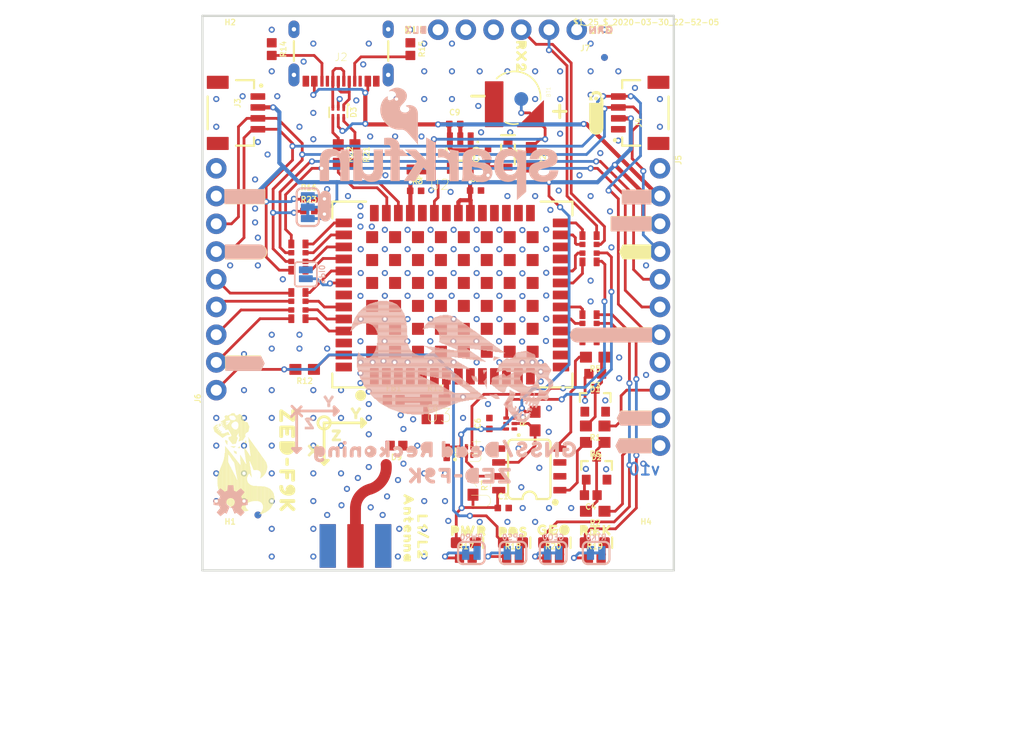
<source format=kicad_pcb>
(kicad_pcb (version 20240108) (generator "pcbnew") (generator_version "8.0")
  (layers (0 "F.Cu" signal) (31 "B.Cu" signal) (34 "B.Paste" user) (35 "F.Paste" user) (36 "B.SilkS" user "B.Silkscreen") (37 "F.SilkS" user "F.Silkscreen") (38 "B.Mask" user) (39 "F.Mask" user) (44 "Edge.Cuts" user))
  (net 0 "")
  (net 1 "GND")
  (net 2 "3.3V")
  (net 3 "SCL/CLK")
  (net 4 "V_BATT")
  (net 5 "TXO/CIPO")
  (net 6 "D_SEL")
  (net 7 "PPS")
  (net 8 "~{RESET}")
  (net 9 "N$2")
  (net 10 "RXI/COPI")
  (net 11 "N$1")
  (net 12 "N$3")
  (net 13 "RF_IN")
  (net 14 "N$14")
  (net 15 "N$15")
  (net 16 "DMINUS")
  (net 17 "DPLUS")
  (net 18 "VIN")
  (net 19 "N$22")
  (net 20 "N$23")
  (net 21 "N$24")
  (net 22 "N$25")
  (net 23 "RTK_STAT")
  (net 24 "N$4")
  (net 25 "N$8")
  (net 26 "TX_READY")
  (net 27 "INT")
  (net 28 "SDA/~{CS}")
  (net 29 "TXO2")
  (net 30 "RXI2")
  (net 31 "N$5")
  (net 32 "V_RF")
  (net 33 "~{SAFEBOOT}")
  (net 34 "N$6")
  (net 35 "N$7")
  (net 36 "SHIELD")
  (net 37 "N$9")
  (net 38 "N$10")
  (net 39 "GEOF_STAT")
  (net 40 "N$11")
  (net 41 "N$12")
  (net 42 "N$16")
  (net 43 "N$17")
  (net 44 "N$18")
  (net 45 "N$19")
  (net 46 "N$20")
  (net 47 "N$21")
  (net 48 "N$26")
  (net 49 "N$27")
  (net 50 "N$28")
  (net 51 "N$29")
  (net 52 "N$30")
  (net 53 "N$31")
  (net 54 "N$32")
  (net 55 "N$33")
  (net 56 "N$34")
  (net 57 "N$35")
  (net 58 "WT+")
  (net 59 "WT_IN")
  (net 60 "DIR+")
  (net 61 "N$37")
  (net 62 "DIR_IN")
  (net 63 "WT_INV")
  (net 64 "DIR_INV")
  (net 65 "WT_OUT")
  (net 66 "DIR_OUT")
  (footprint "SparkFun_GPS_ZED-F9K:0402" (layer "F.Cu") (at 144.4371 114.7826)
    (property "Reference" "FB1")
    (property "Value" "120Ω")
  )
  (footprint "SparkFun_GPS_ZED-F9K:#GND#0" (layer "F.Cu") (at 166.0811 93.6136)
    (property "Reference" "U$16" (hide yes))
    (property "Value" "" (hide yes))
  )
  (footprint "SparkFun_GPS_ZED-F9K:0603" (layer "F.Cu") (at 151.6965 122.6214 -90)
    (property "Reference" "R7")
    (property "Value" "910")
  )
  (footprint "SparkFun_GPS_ZED-F9K:1X11_NO_SILK" (layer "F.Cu") (at 168.8211 93.5736 -90)
    (property "Reference" "J5")
    (property "Value" "")
  )
  (footprint "SparkFun_GPS_ZED-F9K:0402-TIGHT" (layer "F.Cu") (at 153.2001 116.9416 90)
    (property "Reference" "C6")
    (property "Value" "0.1uF")
  )
  (footprint "SparkFun_GPS_ZED-F9K:LED-0603" (layer "F.Cu") (at 162.8521 127.8636)
    (property "Reference" "D6")
    (property "Value" "BLUE")
  )
  (footprint "SparkFun_GPS_ZED-F9K:SOT886" (layer "F.Cu") (at 139.3571 88.4428 -90)
    (property "Reference" "D3")
    (property "Value" "PRTR5V0U2F")
  )
  (footprint "SparkFun_GPS_ZED-F9K:L1#L2229" (layer "F.Cu") (at 147.0711 127.3536 -90)
    (property "Reference" "U$49" (hide yes))
    (property "Value" "" (hide yes))
  )
  (footprint "SparkFun_GPS_ZED-F9K:0402" (layer "F.Cu") (at 144.6911 118.9736 180)
    (property "Reference" "D9")
    (property "Value" "PESD0402-0402")
  )
  (footprint "SparkFun_GPS_ZED-F9K:#3V3#6" (layer "F.Cu") (at 166.1711 98.6636)
    (property "Reference" "U$7" (hide yes))
    (property "Value" "" (hide yes))
  )
  (footprint "SparkFun_GPS_ZED-F9K:0603" (layer "F.Cu") (at 148.2471 114.7826)
    (property "Reference" "R13")
    (property "Value" "33")
  )
  (footprint "SparkFun_GPS_ZED-F9K:#SCL#13" (layer "F.Cu") (at 130.7611 101.2436)
    (property "Reference" "U$66" (hide yes))
    (property "Value" "" (hide yes))
  )
  (footprint "SparkFun_GPS_ZED-F9K:SO08" (layer "F.Cu") (at 156.8537 121.1474 90)
    (property "Reference" "U1")
    (property "Value" "DUAL-OPTO_HCPL-073LSOIC-8")
  )
  (footprint "SparkFun_GPS_ZED-F9K:#TXR#19" (layer "F.Cu") (at 130.9311 103.8136)
    (property "Reference" "U$67" (hide yes))
    (property "Value" "" (hide yes))
  )
  (footprint "SparkFun_GPS_ZED-F9K:FIDUCIAL-MICRO" (layer "F.Cu") (at 131.9911 125.3236)
    (property "Reference" "FD1" (hide yes))
    (property "Value" "FIDUCIALUFIDUCIAL" (hide yes))
  )
  (footprint "SparkFun_GPS_ZED-F9K:0402" (layer "F.Cu") (at 162.89265 112.3916 180)
    (property "Reference" "C3")
    (property "Value" "1nF" (hide yes))
  )
  (footprint "SparkFun_GPS_ZED-F9K:1X06_NO_SILK" (layer "F.Cu") (at 161.2011 80.8736 180)
    (property "Reference" "J7")
    (property "Value" "")
  )
  (footprint "SparkFun_GPS_ZED-F9K:#CIPO#10" (layer "F.Cu") (at 165.9411 106.3136)
    (property "Reference" "U$11" (hide yes))
    (property "Value" "" (hide yes))
  )
  (footprint "SparkFun_GPS_ZED-F9K:SOT23-3" (layer "F.Cu") (at 162.89265 114.8626)
    (property "Reference" "D1")
    (property "Value" "15V" (hide yes))
  )
  (footprint "SparkFun_GPS_ZED-F9K:0603" (layer "F.Cu") (at 136.2778 111.9886 180)
    (property "Reference" "R12")
    (property "Value" "33")
  )
  (footprint "SparkFun_GPS_ZED-F9K:0402" (layer "F.Cu") (at 151.0411 129.2606)
    (property "Reference" "R17")
    (property "Value" "1KOHM-0402-1/16W-1%" (hide yes))
  )
  (footprint "SparkFun_GPS_ZED-F9K:0402-TIGHT" (layer "F.Cu") (at 150.0251 89.5096)
    (property "Reference" "C9")
    (property "Value" "1.0uF")
  )
  (footprint "SparkFun_GPS_ZED-F9K:#GND#0" (layer "F.Cu") (at 130.8911 93.6436)
    (property "Reference" "U$44" (hide yes))
    (property "Value" "" (hide yes))
  )
  (footprint "SparkFun_GPS_ZED-F9K:SMA-EDGE" (layer "F.Cu") (at 140.9311 128.1636 180)
    (property "Reference" "E1" (hide yes))
    (property "Value" "ANTENNA-SMA-GROUNDEDEDGE_SMA" (hide yes))
  )
  (footprint "SparkFun_GPS_ZED-F9K:STAND-OFF-TIGHT" (layer "F.Cu") (at 129.4511 127.889)
    (property "Reference" "H1")
    (property "Value" "STAND-OFFTIGHT")
  )
  (footprint "SparkFun_GPS_ZED-F9K:0402" (layer "F.Cu") (at 155.3591 129.2606)
    (property "Reference" "R18")
    (property "Value" "1KOHM-0402-1/16W-1%")
  )
  (footprint "SparkFun_GPS_ZED-F9K:0402-TIGHT" (layer "F.Cu") (at 153.0731 92.3036 90)
    (property "Reference" "C10")
    (property "Value" "1.0uF")
  )
  (footprint "SparkFun_GPS_ZED-F9K:LED-0603" (layer "F.Cu") (at 159.0421 127.8636)
    (property "Reference" "D7")
    (property "Value" "BLUE")
  )
  (footprint "SparkFun_GPS_ZED-F9K:Z0" (layer "F.Cu") (at 137.8031 118.0316)
    (property "Reference" "U$63" (hide yes))
    (property "Value" "" (hide yes))
  )
  (footprint "SparkFun_GPS_ZED-F9K:#PPS#20" (layer "F.Cu") (at 130.7211 114.0206)
    (property "Reference" "U$71" (hide yes))
    (property "Value" "" (hide yes))
  )
  (footprint "SparkFun_GPS_ZED-F9K:0402-TIGHT" (layer "F.Cu") (at 149.2883 119.5988 -90)
    (property "Reference" "C7")
    (property "Value" "0.1uF")
  )
  (footprint "SparkFun_GPS_ZED-F9K:#3V3#6" (layer "F.Cu") (at 130.8111 96.1736)
    (property "Reference" "U$55" (hide yes))
    (property "Value" "" (hide yes))
  )
  (footprint "SparkFun_GPS_ZED-F9K:PPS21" (layer "F.Cu") (at 155.4111 126.9036)
    (property "Reference" "U$2" (hide yes))
    (property "Value" "" (hide yes))
  )
  (footprint "SparkFun_GPS_ZED-F9K:RTK24" (layer "F.Cu") (at 162.9511 126.7336)
    (property "Reference" "U$4" (hide yes))
    (property "Value" "" (hide yes))
  )
  (footprint "SparkFun_GPS_ZED-F9K:FIDUCIAL-MICRO" (layer "F.Cu") (at 163.7411 83.4136)
    (property "Reference" "FD3" (hide yes))
    (property "Value" "FIDUCIALUFIDUCIAL" (hide yes))
  )
  (footprint "SparkFun_GPS_ZED-F9K:CREATIVE_COMMONS" (layer "F.Cu") (at 128.6891 146.6596)
    (property "Reference" "FRAME1" (hide yes))
    (property "Value" "FRAME-LEDGER" (hide yes))
  )
  (footprint "SparkFun_GPS_ZED-F9K:ZED#F9K230" (layer "F.Cu") (at 134.6711 120.4036 -90)
    (property "Reference" "U$73" (hide yes))
    (property "Value" "" (hide yes))
  )
  (footprint "SparkFun_GPS_ZED-F9K:0402" (layer "F.Cu") (at 146.6215 93.6752 180)
    (property "Reference" "R3")
    (property "Value" "100K")
  )
  (footprint "SparkFun_GPS_ZED-F9K:0402" (layer "F.Cu") (at 162.48625 123.5104 180)
    (property "Reference" "C4")
    (property "Value" "1nF" (hide yes))
  )
  (footprint "SparkFun_GPS_ZED-F9K:1206_RA" (layer "F.Cu") (at 135.6741 106.1466 -90)
    (property "Reference" "R8" (hide yes))
    (property "Value" "33" (hide yes))
  )
  (footprint "SparkFun_GPS_ZED-F9K:0402" (layer "F.Cu") (at 162.8521 129.2606)
    (property "Reference" "R19")
    (property "Value" "1KOHM-0402-1/16W-1%")
  )
  (footprint "SparkFun_GPS_ZED-F9K:#INT#14" (layer "F.Cu") (at 130.6211 111.3936)
    (property "Reference" "U$70" (hide yes))
    (property "Value" "" (hide yes))
  )
  (footprint "SparkFun_GPS_ZED-F9K:Y2" (layer "F.Cu") (at 139.5811 115.9996)
    (property "Reference" "U$50" (hide yes))
    (property "Value" "" (hide yes))
  )
  (footprint "SparkFun_GPS_ZED-F9K:0603" (layer "F.Cu") (at 157.3861 116.7228 90)
    (property "Reference" "R4")
    (property "Value" "910")
  )
  (footprint "SparkFun_GPS_ZED-F9K:LED-0603" (layer "F.Cu") (at 151.0411 127.8636)
    (property "Reference" "D4")
    (property "Value" "RED")
  )
  (footprint "SparkFun_GPS_ZED-F9K:ANTENNA229" (layer "F.Cu") (at 145.8011 126.5736 -90)
    (property "Reference" "U$62" (hide yes))
    (property "Value" "" (hide yes))
  )
  (footprint "SparkFun_GPS_ZED-F9K:GEO23" (layer "F.Cu") (at 159.1411 126.7036)
    (property "Reference" "U$3" (hide yes))
    (property "Value" "" (hide yes))
  )
  (footprint "SparkFun_GPS_ZED-F9K:0402" (layer "F.Cu") (at 133.2611 82.6516 -90)
    (property "Reference" "R14")
    (property "Value" "5.1k")
  )
  (footprint "SparkFun_GPS_ZED-F9K:0402-TIGHT" (layer "F.Cu") (at 136.6588 97.485172)
    (property "Reference" "R23")
    (property "Value" "4.7k" (hide yes))
  )
  (footprint "SparkFun_GPS_ZED-F9K:#SDA#12" (layer "F.Cu") (at 130.8611 98.7136)
    (property "Reference" "U$56" (hide yes))
    (property "Value" "" (hide yes))
  )
  (footprint "SparkFun_GPS_ZED-F9K:SIP6" (layer "F.Cu") (at 155.1051 116.9416 90)
    (property "Reference" "U4")
    (property "Value" "UHS_INVERTER_SCHMITT_TRIGGERSIP6")
  )
  (footprint "SparkFun_GPS_ZED-F9K:SOD-323" (layer "F.Cu") (at 154.9019 92.3036 -90)
    (property "Reference" "D8")
    (property "Value" "0.5A/40V/420mV")
  )
  (footprint "SparkFun_GPS_ZED-F9K:0402-TIGHT" (layer "F.Cu") (at 151.9301 95.6056)
    (property "Reference" "C2")
    (property "Value" "1.0uF")
  )
  (footprint "SparkFun_GPS_ZED-F9K:0402" (layer "F.Cu") (at 145.9611 82.6516 -90)
    (property "Reference" "R15")
    (property "Value" "5.1k")
  )
  (footprint "SparkFun_GPS_ZED-F9K:RX224" (layer "F.Cu") (at 156.1211 83.3566 -90)
    (property "Reference" "U$21" (hide yes))
    (property "Value" "" (hide yes))
  )
  (footprint "SparkFun_GPS_ZED-F9K:JST04_1MM_RA" (layer "F.Cu") (at 131.9911 88.4936 -90)
    (property "Reference" "J3")
    (property "Value" "QWIIC_RIGHT_ANGLE")
  )
  (footprint "SparkFun_GPS_ZED-F9K:0603" (layer "F.Cu") (at 157.0355 92.5576 -90)
    (property "Reference" "R24")
    (property "Value" "3.3k")
  )
  (footprint "SparkFun_GPS_ZED-F9K:#SCK#12" (layer "F.Cu") (at 166.3211 108.8136)
    (property "Reference" "U$10" (hide yes))
    (property "Value" "" (hide yes))
  )
  (footprint "SparkFun_GPS_ZED-F9K:#TXO2#20" (layer "F.Cu") (at 158.6311 84.1136 -90)
    (property "Reference" "U$18" (hide yes))
    (property "Value" "" (hide yes))
  )
  (footprint "SparkFun_GPS_ZED-F9K:UBLOX_ZED_F9K" (layer "F.Cu") (at 149.7711 105.0036)
    (property "Reference" "U2")
    (property "Value" "U-BLOX_ZED_F9K")
  )
  (footprint "SparkFun_GPS_ZED-F9K:1206_RA" (layer "F.Cu") (at 162.3441 108.1786 -90)
    (property "Reference" "R11" (hide yes))
    (property "Value" "33" (hide yes))
  )
  (footprint "SparkFun_GPS_ZED-F9K:DEAD#RECKONING#GPS#BOARD#SILK#FINAL#JPG" (layer "F.Cu") (at 130.7801 120.6516 -90)
    (property "Reference" "U$20" (hide yes))
    (property "Value" "" (hide yes))
  )
  (footprint "SparkFun_GPS_ZED-F9K:0402-TIGHT" (layer "F.Cu") (at 136.6588 96.402557)
    (property "Reference" "R16")
    (property "Value" "4.7k" (hide yes))
  )
  (footprint "SparkFun_GPS_ZED-F9K:GRN226" (layer "F.Cu") (at 163.4231 80.9106)
    (property "Reference" "U$26" (hide yes))
    (property "Value" "" (hide yes))
  )
  (footprint "SparkFun_GPS_ZED-F9K:##CS##11" (layer "F.Cu") (at 166.7111 101.2236)
    (property "Reference" "U$13" (hide yes))
    (property "Value" "" (hide yes))
  )
  (footprint "SparkFun_GPS_ZED-F9K:0402-TIGHT" (layer "F.Cu") (at 154.4701 124.6886)
    (property "Reference" "C1")
    (property "Value" "0.1uF" (hide yes))
  )
  (footprint "SparkFun_GPS_ZED-F9K:0603" (layer "F.Cu") (at 139.3571 92.3036 -90)
    (property "Reference" "R22")
    (property "Value" "27")
  )
  (footprint "SparkFun_GPS_ZED-F9K:#GND#0" (layer "F.Cu") (at 148.4811 83.6536 -90)
    (property "Reference" "U$17" (hide yes))
    (property "Value" "" (hide yes))
  )
  (footprint "SparkFun_GPS_ZED-F9K:0603" (layer "F.Cu") (at 162.89265 110.8686 180)
    (property "Reference" "R5")
    (property "Value" "470")
  )
  (footprint "SparkFun_GPS_ZED-F9K:QWIIC_4MM" (layer "F.Cu") (at 162.9791 88.4936 -90)
    (property "Reference" "LOGO2" (hide yes))
    (property "Value" "QWIIC_LOGO_4MM" (hide yes))
  )
  (footprint "SparkFun_GPS_ZED-F9K:1X09_NO_SILK" (layer "F.Cu") (at 128.1811 113.8936 90)
    (property "Reference" "J6")
    (property "Value" "")
  )
  (footprint "SparkFun_GPS_ZED-F9K:JST04_1MM_RA" (layer "F.Cu") (at 165.0111 88.4936 90)
    (property "Reference" "J4")
    (property "Value" "QWIIC_RIGHT_ANGLE")
  )
  (footprint "SparkFun_GPS_ZED-F9K:X1" (layer "F.Cu") (at 135.6441 119.4286)
    (property "Reference" "U$32" (hide yes))
    (property "Value" "" (hide yes))
  )
  (footprint "SparkFun_GPS_ZED-F9K:1206_RA" (layer "F.Cu") (at 135.6741 101.7016 -90)
    (property "Reference" "R9" (hide yes))
    (property "Value" "33" (hide yes))
  )
  (footprint "SparkFun_GPS_ZED-F9K:0402-TIGHT" (layer "F.Cu") (at 146.4437 95.631)
    (property "Reference" "C5")
    (property "Value" "0.1uF")
  )
  (footprint "SparkFun_GPS_ZED-F9K:#5V#1" (layer "F.Cu") (at 166.6911 96.1936)
    (property "Reference" "U$15" (hide yes))
    (property "Value" "" (hide yes))
  )
  (footprint "SparkFun_GPS_ZED-F9K:#W##16" (layer "F.Cu") (at 166.6111 118.9736)
    (property "Reference" "U$5" (hide yes))
    (property "Value" "" (hide yes))
  )
  (footprint "SparkFun_GPS_ZED-F9K:SOT23-3" (layer "F.Cu") (at 163.01965 121.0892)
    (property "Reference" "D2")
    (property "Value" "15V" (hide yes))
  )
  (footprint "SparkFun_GPS_ZED-F9K:0603" (layer "F.Cu") (at 140.8811 92.3036 -90)
    (property "Reference" "R21")
    (property "Value" "27")
  )
  (footprint "SparkFun_GPS_ZED-F9K:ML414H_IV01E" (layer "F.Cu") (at 155.4861 87.0966 -90)
    (property "Reference" "BT1")
    (property "Value" "ML414H_IV01E_BATTERY")
  )
  (footprint "SparkFun_GPS_ZED-F9K:STAND-OFF-TIGHT" (layer "F.Cu") (at 167.5511 127.889)
    (property "Reference" "H4")
    (property "Value" "STAND-OFFTIGHT")
  )
  (footprint "SparkFun_GPS_ZED-F9K:SIP6" (layer "F.Cu") (at 151.1079 119.4626)
    (property "Reference" "U3")
    (property "Value" "UHS_INVERTER_SCHMITT_TRIGGERSIP6")
  )
  (footprint "SparkFun_GPS_ZED-F9K:0603" (layer "F.Cu") (at 162.89265 117.1726 180)
    (property "Reference" "R1")
    (property "Value" "3.3k")
  )
  (footprint "SparkFun_GPS_ZED-F9K:#COPI#9" (layer "F.Cu") (at 165.9411 103.7436)
    (property "Reference" "U$12" (hide yes))
    (property "Value" "" (hide yes))
  )
  (footprint "SparkFun_GPS_ZED-F9K:0402" (layer "F.Cu") (at 159.0421 129.2606)
    (property "Reference" "R20")
    (property "Value" "1KOHM-0402-1/16W-1%")
  )
  (footprint "SparkFun_GPS_ZED-F9K:#W##15" (layer "F.Cu") (at 166.6511 116.4436)
    (property "Reference" "U$6" (hide yes))
    (property "Value" "" (hide yes))
  )
  (footprint "SparkFun_GPS_ZED-F9K:1206_RA" (layer "F.Cu") (at 162.3441 100.9396 -90)
    (property "Reference" "R10" (hide yes))
    (property "Value" "33" (hide yes))
  )
  (footprint "SparkFun_GPS_ZED-F9K:##SFBT##18" (layer "F.Cu") (at 131.2611 108.8536)
    (property "Reference" "U$69" (hide yes))
    (property "Value" "" (hide yes))
  )
  (footprint "SparkFun_GPS_ZED-F9K:PWR22" (layer "F.Cu") (at 151.3111 126.7736)
    (property "Reference" "U$1" (hide yes))
    (property "Value" "" (hide yes))
  )
  (footprint "SparkFun_GPS_ZED-F9K:##RST##17" (layer "F.Cu") (at 130.8611 106.2636)
    (property "Reference" "U$68" (hide yes))
    (property "Value" "" (hide yes))
  )
  (footprint "SparkFun_GPS_ZED-F9K:#3V3#6" (layer "F.Cu") (at 166.2011 98.6336)
    (property "Reference" "U$14" (hide yes))
    (property "Value" "" (hide yes))
  )
  (footprint "SparkFun_GPS_ZED-F9K:USB-C-16P-2LAYER-PADS" (layer "F.Cu") (at 139.6111 85.9282 180)
    (property "Reference" "J2")
    (property "Value" "")
  )
  (footprint "SparkFun_GPS_ZED-F9K:BLK225" (layer "F.Cu") (at 146.4801 80.8936)
    (property "Reference" "U$23" (hide yes))
    (property "Value" "" (hide yes))
  )
  (footprint "SparkFun_GPS_ZED-F9K:LED-0603" (layer "F.Cu") (at 155.3591 127.8636)
    (property "Reference" "D5")
    (property "Value" "BLUE")
  )
  (footprint "SparkFun_GPS_ZED-F9K:0402" (layer "F.Cu") (at 147.9931 116.5606)
    (property "Reference" "C8")
    (property "Value" "47pF")
  )
  (footprint "SparkFun_GPS_ZED-F9K:STAND-OFF-TIGHT" (layer "F.Cu") (at 167.5511 82.1436)
    (property "Reference" "$1_25_$_2020-03-30_22-52-05")
    (property "Value" "STAND-OFFTIGHT")
  )
  (footprint "SparkFun_GPS_ZED-F9K:SOT23-5" (layer "F.Cu") (at 150.5331 92.1766 180)
    (property "Reference" "U5")
    (property "Value" "3.3V")
  )
  (footprint "SparkFun_GPS_ZED-F9K:#D##13" (layer "F.Cu") (at 166.7011 113.9036)
    (property "Reference" "U$8" (hide yes))
    (property "Value" "" (hide yes))
  )
  (footprint "SparkFun_GPS_ZED-F9K:0603" (layer "F.Cu") (at 162.89265 118.6756 180)
    (property "Reference" "R6")
    (property "Value" "470")
  )
  (footprint "SparkFun_GPS_ZED-F9K:0603" (layer "F.Cu") (at 162.89265 124.984 180)
    (property "Reference" "R2")
    (property "Value" "3.3k")
  )
  (footprint "SparkFun_GPS_ZED-F9K:STAND-OFF-TIGHT" (layer "F.Cu") (at 129.4511 82.1436)
    (property "Reference" "H2")
    (property "Value" "STAND-OFFTIGHT")
  )
  (footprint "SparkFun_GPS_ZED-F9K:#D##14" (layer "F.Cu") (at 166.7611 111.3236)
    (property "Reference" "U$9" (hide yes))
    (property "Value" "" (hide yes))
  )
  (footprint "SparkFun_GPS_ZED-F9K:#GND#0" (layer "B.Cu") (at 130.8811 93.6336 180)
    (property "Reference" "U$36" (hide yes))
    (property "Value" "" (hide yes))
  )
  (footprint "SparkFun_GPS_ZED-F9K:#W##4" (layer "B.Cu") (at 166.5611 118.9936 180)
    (property "Reference" "U$34" (hide yes))
    (property "Value" "" (hide yes))
  )
  (footprint "SparkFun_GPS_ZED-F9K:#RTK#25" (layer "B.Cu") (at 162.9411 127.2336 180)
    (property "Reference" "U$46" (hide yes))
    (property "Value" "" (hide yes))
  )
  (footprint "SparkFun_GPS_ZED-F9K:SMT-JUMPER_3_2-NC_TRACE_SILK" (layer "B.Cu") (at 136.5631 97.1296 90)
    (property "Reference" "I2C0")
    (property "Value" "JUMPER-SMT_3_2-NC_TRACE_SILK")
  )
  (footprint "SparkFun_GPS_ZED-F9K:OSHW-LOGO-S" (layer "B.Cu") (at 129.4941 124.1626 180)
    (property "Reference" "LOGO1" (hide yes))
    (property "Value" "OSHW-LOGOS" (hide yes))
  )
  (footprint "SparkFun_GPS_ZED-F9K:SMT-JUMPER_2_NC_TRACE_SILK" (layer "B.Cu") (at 151.5491 128.8034 180)
    (property "Reference" "PWR0")
    (property "Value" "JUMPER-SMT_2_NC_TRACE_SILK")
  )
  (footprint "SparkFun_GPS_ZED-F9K:FIDUCIAL-MICRO" (layer "B.Cu") (at 163.7411 83.4136 180)
    (property "Reference" "FD4" (hide yes))
    (property "Value" "FIDUCIALUFIDUCIAL" (hide yes))
  )
  (footprint "SparkFun_GPS_ZED-F9K:#TXO2#1" (layer "B.Cu") (at 158.6111 84.0836 90)
    (property "Reference" "U$60" (hide yes))
    (property "Value" "" (hide yes))
  )
  (footprint "SparkFun_GPS_ZED-F9K:#I2C#23" (layer "B.Cu") (at 138.1711 97.0336 90)
    (property "Reference" "U$54" (hide yes))
    (property "Value" "" (hide yes))
  )
  (footprint "SparkFun_GPS_ZED-F9K:#PWR#23" (layer "B.Cu") (at 151.5111 127.2336 180)
    (property "Reference" "U$51" (hide yes))
    (property "Value" "" (hide yes))
  )
  (footprint "SparkFun_GPS_ZED-F9K:DEAD#RECKONING#GPS#BOARD#SILK#FINAL#JPG" (layer "B.Cu") (at 149.7311 111.1436 180)
    (property "Reference" "U$19" (hide yes))
    (property "Value" "" (hide yes))
  )
  (footprint "SparkFun_GPS_ZED-F9K:ZED#F9K230" (layer "B.Cu") (at 150.4011 121.7336 180)
    (property "Reference" "U$72" (hide yes))
    (property "Value" "" (hide yes))
  )
  (footprint "SparkFun_GPS_ZED-F9K:SMT-JUMPER_2_NC_TRACE_SILK" (layer "B.Cu") (at 159.0421 128.8034 180)
    (property "Reference" "GEO0")
    (property "Value" "JUMPER-SMT_2_NC_TRACE_SILK")
  )
  (footprint "SparkFun_GPS_ZED-F9K:PAD.03X.05" (layer "B.Cu") (at 156.1211 87.2236 180)
    (property "Reference" "TP1" (hide yes))
    (property "Value" "TEST-POINT3X5" (hide yes))
  )
  (footprint "SparkFun_GPS_ZED-F9K:GNSS#DEAD_RECKONING230" (layer "B.Cu") (at 149.0511 119.3436 180)
    (property "Reference" "U$65" (hide yes))
    (property "Value" "" (hide yes))
  )
  (footprint "SparkFun_GPS_ZED-F9K:Y2" (layer "B.Cu") (at 139.8651 114.9096 180)
    (property "Reference" "U$52" (hide yes))
    (property "Value" "" (hide yes))
  )
  (footprint "SparkFun_GPS_ZED-F9K:SMT-JUMPER_2_NC_TRACE_SILK" (layer "B.Cu") (at 155.3591 128.8034 180)
    (property "Reference" "PPS0")
    (property "Value" "JUMPER-SMT_2_NC_TRACE_SILK")
  )
  (footprint "SparkFun_GPS_ZED-F9K:SMT-JUMPER_2_NC_TRACE_SILK" (layer "B.Cu") (at 162.9791 128.8034 180)
    (property "Reference" "RTK0")
    (property "Value" "JUMPER-SMT_2_NC_TRACE_SILK")
  )
  (footprint "SparkFun_GPS_ZED-F9K:##SFBT##17" (layer "B.Cu") (at 131.2611 108.8336 180)
    (property "Reference" "U$42" (hide yes))
    (property "Value" "" (hide yes))
  )
  (footprint "SparkFun_GPS_ZED-F9K:#TXR#3" (layer "B.Cu") (at 130.9211 103.7736 180)
    (property "Reference" "U$40" (hide yes))
    (property "Value" "" (hide yes))
  )
  (footprint "SparkFun_GPS_ZED-F9K:#D##7" (layer "B.Cu") (at 166.7411 111.3836 180)
    (property "Reference" "U$33" (hide yes))
    (property "Value" "" (hide yes))
  )
  (footprint "SparkFun_GPS_ZED-F9K:#5V#1" (layer "B.Cu") (at 166.6811 96.2036 180)
    (property "Reference" "U$24" (hide yes))
    (property "Value" "" (hide yes))
  )
  (footprint "SparkFun_GPS_ZED-F9K:#RXI2#227" (layer "B.Cu") (at 156.1311 83.7736 90)
    (property "Reference" "U$59" (hide yes))
    (property "Value" "" (hide yes))
  )
  (footprint "SparkFun_GPS_ZED-F9K:#SPI#22" (layer "B.Cu") (at 137.9111 103.2136 90)
    (property "Reference" "U$53" (hide yes))
    (property "Value" "" (hide yes))
  )
  (footprint "SparkFun_GPS_ZED-F9K:#SCL#7" (layer "B.Cu") (at 130.7111 101.2236 180)
    (property "Reference" "U$39" (hide yes))
    (property "Value" "" (hide yes))
  )
  (footprint "SparkFun_GPS_ZED-F9K:#PPS#21" (layer "B.Cu") (at 155.3311 127.2736 180)
    (property "Reference" "U$48" (hide yes))
    (property "Value" "" (hide yes))
  )
  (footprint "SparkFun_GPS_ZED-F9K:SFE_LOGO_NAME_FLAME_.2" (layer "B.Cu") (at 148.5011 93.5736 180)
    (property "Reference" "LOGO3" (hide yes))
    (property "Value" "SFE_LOGO_NAME_FLAME.2_INCH" (hide yes))
  )
  (footprint "SparkFun_GPS_ZED-F9K:BLK227" (layer "B.Cu") (at 146.4201 80.8936 180)
    (property "Reference" "U$61" (hide yes))
    (property "Value" "" (hide yes))
  )
  (footprint "SparkFun_GPS_ZED-F9K:#SDA##CS##10" (layer "B.Cu") (at 164.7211 101.2236 180)
    (property "Reference" "U$27" (hide yes))
    (property "Value" "" (hide yes))
  )
  (footprint "SparkFun_GPS_ZED-F9K:Z0" (layer "B.Cu") (at 138.0871 116.9416 180)
    (property "Reference" "U$57" (hide yes))
    (property "Value" "" (hide yes))
  )
  (footprint "SparkFun_GPS_ZED-F9K:#D##6" (layer "B.Cu") (at 166.7311 113.9436 180)
    (property "Reference" "U$31" (hide yes))
    (property "Value" "" (hide yes))
  )
  (footprint "SparkFun_GPS_ZED-F9K:#3V3#6" (layer "B.Cu") (at 130.7811 96.1636 180)
    (property "Reference" "U$37" (hide yes))
    (property "Value" "" (hide yes))
  )
  (footprint "SparkFun_GPS_ZED-F9K:#INT#8" (layer "B.Cu") (at 130.6511 111.4436 180)
    (property "Reference" "U$43" (hide yes))
    (property "Value" "" (hide yes))
  )
  (footprint "SparkFun_GPS_ZED-F9K:#W##5" (layer "B.Cu") (at 166.6211 116.4636 180)
    (property "Reference" "U$35" (hide yes))
    (property "Value" "" (hide yes))
  )
  (footprint "SparkFun_GPS_ZED-F9K:##RST##16" (layer "B.Cu") (at 130.8211 106.2536 180)
    (property "Reference" "U$41" (hide yes))
    (property "Value" "" (hide yes))
  )
  (footprint "SparkFun_GPS_ZED-F9K:#TXO#CIPO#9" (layer "B.Cu") (at 163.8681 106.2736 180)
    (property "Reference" "U$74" (hide yes))
    (property "Value" "" (hide yes))
  )
  (footprint "SparkFun_GPS_ZED-F9K:#3V3#6" (layer "B.Cu") (at 166.1811 98.6636 180)
    (property "Reference" "U$22" (hide yes))
    (property "Value" "" (hide yes))
  )
  (footprint "SparkFun_GPS_ZED-F9K:#SDA#6" (layer "B.Cu") (at 130.8811 98.6536 180)
    (property "Reference" "U$38" (hide yes))
    (property "Value" "" (hide yes))
  )
  (footprint "SparkFun_GPS_ZED-F9K:SMT-JUMPER_2_NO_SILK" (layer "B.Cu") (at 136.3853 103.2764 90)
    (property "Reference" "SPI0")
    (property "Value" "JUMPER-SMT_2_NO_SILK")
  )
  (footprint "SparkFun_GPS_ZED-F9K:#SCL#SCK#12" (layer "B.Cu") (at 164.5111 108.8436 180)
    (property "Reference" "U$30" (hide yes))
    (property "Value" "" (hide yes))
  )
  (footprint "SparkFun_GPS_ZED-F9K:#GND#0" (layer "B.Cu") (at 166.0811 93.6136 180)
    (property "Reference" "U$25" (hide yes))
    (property "Value" "" (hide yes))
  )
  (footprint "SparkFun_GPS_ZED-F9K:GRN228" (layer "B.Cu") (at 163.3731 80.9006 180)
    (property "Reference" "U$64" (hide yes))
    (property "Value" "" (hide yes))
  )
  (footprint "SparkFun_GPS_ZED-F9K:#GND#0" (layer "B.Cu") (at 148.4511 83.6536 90)
    (property "Reference" "U$58" (hide yes))
    (property "Value" "" (hide yes))
  )
  (footprint "SparkFun_GPS_ZED-F9K:#PPS#0" (layer "B.Cu") (at 130.7611 113.9936 180)
    (property "Reference" "U$45" (hide yes))
    (property "Value" "" (hide yes))
  )
  (footprint "SparkFun_GPS_ZED-F9K:FIDUCIAL-MICRO" (layer "B.Cu") (at 131.9911 125.3236 180)
    (property "Reference" "FD2" (hide yes))
    (property "Value" "FIDUCIALUFIDUCIAL" (hide yes))
  )
  (footprint "SparkFun_GPS_ZED-F9K:#GEO#24" (layer "B.Cu") (at 159.0111 127.2836 180)
    (property "Reference" "U$47" (hide yes))
    (property "Value" "" (hide yes))
  )
  (footprint "SparkFun_GPS_ZED-F9K:#RXI#COPI#8" (layer "B.Cu") (at 164.2111 103.7136 180)
    (property "Reference" "U$28" (hide yes))
    (property "Value" "" (hide yes))
  )
  (gr_line (start 135.1661 119.2276) (end 135.5471 119.6086) (stroke (width 0.254)) (layer "B.SilkS"))
  (gr_line (start 135.5471 119.6086) (end 135.9281 119.2276) (stroke (width 0.254)) (layer "B.SilkS"))
  (gr_line (start 135.111687 115.363191) (end 136.009712 116.261216) (stroke (width 0.254)) (layer "B.SilkS"))
  (gr_line (start 135.5471 119.6086) (end 135.5471 115.7986) (stroke (width 0.254)) (layer "B.SilkS"))
  (gr_line (start 135.957109 115.413991) (end 135.059084 116.312016) (stroke (width 0.254)) (layer "B.SilkS"))
  (gr_line (start 139.3571 115.7986) (end 138.9761 115.4176) (stroke (width 0.254)) (layer "B.SilkS"))
  (gr_line (start 135.9281 119.2276) (end 135.1661 119.2276) (stroke (width 0.254)) (layer "B.SilkS"))
  (gr_line (start 138.9761 115.4176) (end 138.9761 116.1796) (stroke (width 0.254)) (layer "B.SilkS"))
  (gr_line (start 135.5471 115.7986) (end 139.3571 115.7986) (stroke (width 0.254)) (layer "B.SilkS"))
  (gr_line (start 138.9761 116.1796) (end 139.3571 115.7986) (stroke (width 0.254)) (layer "B.SilkS"))
  (gr_line (start 138.0571 116.8886) (end 141.8671 116.8886) (stroke (width 0.254)) (layer "F.SilkS"))
  (gr_line (start 138.0571 120.6986) (end 138.0571 116.8886) (stroke (width 0.254)) (layer "F.SilkS"))
  (gr_line (start 141.8671 116.8886) (end 141.4861 116.5076) (stroke (width 0.254)) (layer "F.SilkS"))
  (gr_line (start 141.4861 117.2696) (end 141.8671 116.8886) (stroke (width 0.254)) (layer "F.SilkS"))
  (gr_line (start 138.4381 120.3176) (end 138.0571 120.6986) (stroke (width 0.254)) (layer "F.SilkS"))
  (gr_line (start 138.0571 120.6986) (end 137.6761 120.3176) (stroke (width 0.254)) (layer "F.SilkS"))
  (gr_line (start 141.4861 116.5076) (end 141.4861 117.2696) (stroke (width 0.254)) (layer "F.SilkS"))
  (gr_circle (center 138.0571 116.8886) (end 138.625059 116.8886) (stroke (width 0.254)) (fill none) (layer "F.SilkS"))
  (gr_line (start 137.6761 120.3176) (end 138.4381 120.3176) (stroke (width 0.254)) (layer "F.SilkS"))
  (gr_line (start 170.0911 79.6036) (end 170.0911 130.4036) (stroke (width 0.2032)) (layer "Edge.Cuts"))
  (gr_line (start 126.9111 130.4036) (end 126.9111 79.6036) (stroke (width 0.2032)) (layer "Edge.Cuts"))
  (gr_line (start 126.9111 79.6036) (end 170.0911 79.6036) (stroke (width 0.2032)) (layer "Edge.Cuts"))
  (gr_line (start 170.0911 130.4036) (end 126.9111 130.4036) (stroke (width 0.2032)) (layer "Edge.Cuts"))
  (gr_text "v10" (at 168.9481 121.7676 0) (layer "B.Cu") (effects (font (size 1.0795 1.0795) (thickness 0.1905)) (justify left bottom mirror)))
  (gr_text "+" (at 158.5341 89.1286 0) (layer "F.SilkS") (effects (font (size 1.5113 1.5113) (thickness 0.2667)) (justify left bottom)))
  (gr_text "-" (at 151.0411 87.7316 0) (layer "F.SilkS") (effects (font (size 1.5113 1.5113) (thickness 0.2667)) (justify left bottom)))
  (segment (start 161.90625 123.5104) (end 161.90625 122.2526) (width 0.254) (layer "F.Cu") (net 1))
  (segment (start 161.90625 122.2526) (end 162.06965 122.0892) (width 0.254) (layer "F.Cu") (net 1))
  (segment (start 139.3571 87.3506) (end 139.4841 87.2236) (width 0.254) (layer "F.Cu") (net 1))
  (segment (start 150.5331 89.5176) (end 150.5251 89.5096) (width 0.381) (layer "F.Cu") (net 1))
  (segment (start 162.31265 112.3916) (end 161.9631 112.74115) (width 0.254) (layer "F.Cu") (net 1))
  (segment (start 150.5331 90.8765) (end 150.5331 89.5176) (width 0.381) (layer "F.Cu") (net 1))
  (segment (start 161.9631 112.74115) (end 161.9631 114.8588) (width 0.254) (layer "F.Cu") (net 1))
  (segment (start 139.3571 88.0128) (end 139.3571 87.3506) (width 0.254) (layer "F.Cu") (net 1))
  (via (at 163.8173 114.8334) (size 0.5588) (drill 0.3048) (layers "F.Cu" "B.Cu") (net 1))
  (via (at 142.4289 98.9076) (size 0.5588) (drill 0.3048) (layers "F.Cu" "B.Cu") (net 1))
  (via (at 154.1129 111.343) (size 0.5588) (drill 0.3048) (layers "F.Cu" "B.Cu") (net 1))
  (via (at 133.2611 80.8736) (size 0.5588) (drill 0.3048) (layers "F.Cu" "B.Cu") (net 1))
  (via (at 164.2491 97.5106) (size 0.5588) (drill 0.3048) (layers "F.Cu" "B.Cu") (net 1))
  (via (at 149.9219 103.1642) (size 0.5588) (drill 0.3048) (layers "F.Cu" "B.Cu") (net 1))
  (via (at 145.7055 105.247) (size 0.5588) (drill 0.3048) (layers "F.Cu" "B.Cu") (net 1))
  (via (at 142.1511 116.4336) (size 0.5588) (drill 0.3048) (layers "F.Cu" "B.Cu") (net 1))
  (via (at 162.4711 86.8426) (size 0.5588) (drill 0.3048) (layers "F.Cu" "B.Cu") (net 1))
  (via (at 149.7711 82.1436) (size 0.5588) (drill 0.3048) (layers "F.Cu" "B.Cu") (net 1))
  (via (at 145.7055 103.1642) (size 0.5588) (drill 0.3048) (layers "F.Cu" "B.Cu") (net 1))
  (via (at 162.4711 96.1136) (size 0.5588) (drill 0.3048) (layers "F.Cu" "B.Cu") (net 1))
  (via (at 144.8181 129.1336) (size 0.5588) (drill 0.3048) (layers "F.Cu" "B.Cu") (net 1))
  (via (at 137.0711 118.9736) (size 0.5588) (drill 0.3048) (layers "F.Cu" "B.Cu") (net 1))
  (via (at 143.6227 99.2018) (size 0.5588) (drill 0.3048) (layers "F.Cu" "B.Cu") (net 1))
  (via (at 157.3911 125.9586) (size 0.5588) (drill 0.3048) (layers "F.Cu" "B.Cu") (net 1))
  (via (at 158.6611 124.6886) (size 0.5588) (drill 0.3048) (layers "F.Cu" "B.Cu") (net 1))
  (via (at 135.8011 89.7636) (size 0.5588) (drill 0.3048) (layers "F.Cu" "B.Cu") (net 1))
  (via (at 137.0711 88.4936) (size 0.5588) (drill 0.3048) (layers "F.Cu" "B.Cu") (net 1))
  (via (at 131.9911 91.1606) (size 0.5588) (drill 0.3048) (layers "F.Cu" "B.Cu") (net 1))
  (via (at 165.0873 110.8964) (size 0.5588) (drill 0.3048) (layers "F.Cu" "B.Cu") (net 1))
  (via (at 167.2971 120.6246) (size 0.5588) (drill 0.3048) (layers "F.Cu" "B.Cu") (net 1))
  (via (at 143.5973 109.4126) (size 0.5588) (drill 0.3048) (layers "F.Cu" "B.Cu") (net 1))
  (via (at 132.8801 92.3036) (size 0.5588) (drill 0.3048) (layers "F.Cu" "B.Cu") (net 1))
  (via (at 145.0721 116.1796) (size 0.5588) (drill 0.3048) (layers "F.Cu" "B.Cu") (net 1))
  (via (at 139.4841 87.2236) (size 0.5588) (drill 0.3048) (layers "F.Cu" "B.Cu") (net 1))
  (via (at 137.0711 124.0536) (size 0.5588) (drill 0.3048) (layers "F.Cu" "B.Cu") (net 1))
  (via (at 137.0711 90.9066) (size 0.5588) (drill 0.3048) (layers "F.Cu" "B.Cu") (net 1))
  (via (at 133.2611 108.8136) (size 0.5588) (drill 0.3048) (layers "F.Cu" "B.Cu") (net 1))
  (via (at 155.8671 119.2276) (size 0.5588) (drill 0.3048) (layers "F.Cu" "B.Cu") (net 1))
  (via (at 141.4129 107.3806) (size 0.5588) (drill 0.3048) (layers "F.Cu" "B.Cu") (net 1))
  (via (at 143.4211 125.3236) (size 0.5588) (drill 0.3048) (layers "F.Cu" "B.Cu") (net 1))
  (via (at 144.6911 87.2236) (size 0.5588) (drill 0.3048) (layers "F.Cu" "B.Cu") (net 1))
  (via (at 165.0873 112.8014) (size 0.5588) (drill 0.3048) (layers "F.Cu" "B.Cu") (net 1))
  (via (at 145.6801 109.4126) (size 0.5588) (drill 0.3048) (layers "F.Cu" "B.Cu") (net 1))
  (via (at 162.4711 84.6836) (size 0.5588) (drill 0.3048) (layers "F.Cu" "B.Cu") (net 1))
  (via (at 129.4511 102.4636) (size 0.5588) (drill 0.3048) (layers "F.Cu" "B.Cu") (net 1))
  (via (at 142.3261 124.6246) (size 0.5588) (drill 0.3048) (layers "F.Cu" "B.Cu") (net 1))
  (via (at 154.0875 109.4126) (size 0.5588) (drill 0.3048) (layers "F.Cu" "B.Cu") (net 1))
  (via (at 159.6771 84.6836) (size 0.5588) (drill 0.3048) (layers "F.Cu" "B.Cu") (net 1))
  (via (at 130.7211 118.9736) (size 0.5588) (drill 0.3048) (layers "F.Cu" "B.Cu") (net 1))
  (via (at 147.8137 107.3806) (size 0.5588) (drill 0.3048) (layers "F.Cu" "B.Cu") (net 1))
  (via (at 131.7371 97.2566) (size 0.5588) (drill 0.3048) (layers "F.Cu" "B.Cu") (net 1))
  (via (at 158.4055 105.2216) (size 0.5588) (drill 0.3048) (layers "F.Cu" "B.Cu") (net 1))
  (via (at 154.8511 96.1136) (size 0.5588) (drill 0.3048) (layers "F.Cu" "B.Cu") (net 1))
  (via (at 128.1811 87.2236) (size 0.5588) (drill 0.3048) (layers "F.Cu" "B.Cu") (net 1))
  (via (at 140.1511 122.9336) (size 0.5588) (drill 0.3048) (layers "F.Cu" "B.Cu") (net 1))
  (via (at 152.0301 111.343) (size 0.5588) (drill 0.3048) (layers "F.Cu" "B.Cu") (net 1))
  (via (at 143.6227 107.3806) (size 0.5588) (drill 0.3048) (layers "F.Cu" "B.Cu") (net 1))
  (via (at 152.0301 99.2018) (size 0.5588) (drill 0.3048) (layers "F.Cu" "B.Cu") (net 1))
  (via (at 145.7055 99.2018) (size 0.5588) (drill 0.3048) (layers "F.Cu" "B.Cu") (net 1))
  (via (at 152.1841 87.8586) (size 0.5588) (drill 0.3048) (layers "F.Cu" "B.Cu") (net 1))
  (via (at 144.8261 122.1246) (size 0.5588) (drill 0.3048) (layers "F.Cu" "B.Cu") (net 1))
  (via (at 166.5351 86.2076) (size 0.5588) (drill 0.3048) (layers "F.Cu" "B.Cu") (net 1))
  (via (at 154.1129 107.3806) (size 0.5588) (drill 0.3048) (layers "F.Cu" "B.Cu") (net 1))
  (via (at 147.2311 126.5936) (size 0.5588) (drill 0.3048) (layers "F.Cu" "B.Cu") (net 1))
  (via (at 150.7871 114.5286) (size 0.5588) (drill 0.3048) (layers "F.Cu" "B.Cu") (net 1))
  (via (at 149.9219 107.3806) (size 0.5588) (drill 0.3048) (layers "F.Cu" "B.Cu") (net 1))
  (via (at 156.2211 103.1896) (size 0.5588) (drill 0.3048) (layers "F.Cu" "B.Cu") (net 1))
  (via (at 137.0711 129.1336) (size 0.5588) (drill 0.3048) (layers "F.Cu" "B.Cu") (net 1))
  (via (at 149.1361 124.0536) (size 0.5588) (drill 0.3048) (layers "F.Cu" "B.Cu") (net 1))
  (via (at 157.1371 111.3536) (size 0.5588) (drill 0.3048) (layers "F.Cu" "B.Cu") (net 1))
  (via (at 130.7211 113.8936) (size 0.5588) (drill 0.3048) (layers "F.Cu" "B.Cu") (net 1))
  (via (at 137.0711 126.5936) (size 0.5588) (drill 0.3048) (layers "F.Cu" "B.Cu") (net 1))
  (via (at 149.9219 111.343) (size 0.5588) (drill 0.3048) (layers "F.Cu" "B.Cu") (net 1))
  (via (at 163.7411 80.8736) (size 0.5588) (drill 0.3048) (layers "F.Cu" "B.Cu") (net 1))
  (via (at 141.3891 112.3336) (size 0.5588) (drill 0.3048) (layers "F.Cu" "B.Cu") (net 1))
  (via (at 141.3891 113.248) (size 0.5588) (drill 0.3048) (layers "F.Cu" "B.Cu") (net 1))
  (via (at 138.3411 125.3236) (size 0.5588) (drill 0.3048) (layers "F.Cu" "B.Cu") (net 1))
  (via (at 161.4551 94.2086) (size 0.5588) (drill 0.3048) (layers "F.Cu" "B.Cu") (net 1))
  (via (at 139.6111 118.9736) (size 0.5588) (drill 0.3048) (layers "F.Cu" "B.Cu") (net 1))
  (via (at 162.4711 105.7656) (size 0.5588) (drill 0.3048) (layers "F.Cu" "B.Cu") (net 1))
  (via (at 147.2311 124.0536) (size 0.5588) (drill 0.3048) (layers "F.Cu" "B.Cu") (net 1))
  (via (at 133.2611 121.5136) (size 0.5588) (drill 0.3048) (layers "F.Cu" "B.Cu") (net 1))
  (via (at 128.1811 89.7636) (size 0.5588) (drill 0.3048) (layers "F.Cu" "B.Cu") (net 1))
  (via (at 168.8211 87.2236) (size 0.5588) (drill 0.3048) (layers "F.Cu" "B.Cu") (net 1))
  (via (at 149.4353 125.8686) (size 0.5588) (drill 0.3048) (layers "F.Cu" "B.Cu") (net 1))
  (via (at 133.2611 129.1336) (size 0.5588) (drill 0.3048) (layers "F.Cu" "B.Cu") (net 1))
  (via (at 143.8261 123.6246) (size 0.5588) (drill 0.3048) (layers "F.Cu" "B.Cu") (net 1))
  (via (at 152.0301 105.247) (size 0.5588) (drill 0.3048) (layers "F.Cu" "B.Cu") (net 1))
  (via (at 165.0111 84.6836) (size 0.5588) (drill 0.3048) (layers "F.Cu" "B.Cu") (net 1))
  (via (at 147.2311 87.2236) (size 0.5588) (drill 0.3048) (layers "F.Cu" "B.Cu") (net 1))
  (via (at 147.2311 121.5136) (size 0.5588) (drill 0.3048) (layers "F.Cu" "B.Cu") (net 1))
  (via (at 162.4711 103.8606) (size 0.5588) (drill 0.3048) (layers "F.Cu" "B.Cu") (net 1))
  (via (at 158.4055 99.1764) (size 0.5588) (drill 0.3048) (layers "F.Cu" "B.Cu") (net 1))
  (via (at 168.8211 89.7636) (size 0.5588) (drill 0.3048) (layers "F.Cu" "B.Cu") (net 1))
  (via (at 135.8011 110.0836) (size 0.5588) (drill 0.3048) (layers "F.Cu" "B.Cu") (net 1))
  (via (at 156.2211 101.0052) (size 0.5588) (drill 0.3048) (layers "F.Cu" "B.Cu") (net 1))
  (via (at 152.4381 119.2784) (size 0.5588) (drill 0.3048) (layers "F.Cu" "B.Cu") (net 1))
  (via (at 156.2211 107.406) (size 0.5588) (drill 0.3048) (layers "F.Cu" "B.Cu") (net 1))
  (via (at 141.3891 111.3536) (size 0.5588) (drill 0.3048) (layers "F.Cu" "B.Cu") (net 1))
  (via (at 145.7055 100.9798) (size 0.5588) (drill 0.3048) (layers "F.Cu" "B.Cu") (net 1))
  (via (at 142.1511 117.9336) (size 0.5588) (drill 0.3048) (layers "F.Cu" "B.Cu") (net 1))
  (via (at 144.5117 111.3536) (size 0.5588) (drill 0.3048) (layers "F.Cu" "B.Cu") (net 1))
  (via (at 141.4129 103.1642) (size 0.5588) (drill 0.3048) (layers "F.Cu" "B.Cu") (net 1))
  (via (at 133.2611 110.0836) (size 0.5588) (drill 0.3048) (layers "F.Cu" "B.Cu") (net 1))
  (via (at 130.7211 116.4336) (size 0.5588) (drill 0.3048) (layers "F.Cu" "B.Cu") (net 1))
  (via (at 139.6111 116.4336) (size 0.5588) (drill 0.3048) (layers "F.Cu" "B.Cu") (net 1))
  (via (at 141.3891 98.9076) (size 0.5588) (drill 0.3048) (layers "F.Cu" "B.Cu") (net 1))
  (via (at 157.8991 112.2066) (size 0.5588) (drill 0.3048) (layers "F.Cu" "B.Cu") (net 1))
  (via (at 154.8511 84.6836) (size 0.5588) (drill 0.3048) (layers "F.Cu" "B.Cu") (net 1))
  (via (at 167.5511 102.4636) (size 0.5588) (drill 0.3048) (layers "F.Cu" "B.Cu") (net 1))
  (via (at 143.6227 105.247) (size 0.5588) (drill 0.3048) (layers "F.Cu" "B.Cu") (net 1))
  (via (at 138.3411 110.0836) (size 0.5588) (drill 0.3048) (layers "F.Cu" "B.Cu") (net 1))
  (via (at 152.0047 109.4126) (size 0.5588) (drill 0.3048) (layers "F.Cu" "B.Cu") (net 1))
  (via (at 142.1511 119.4336) (size 0.5588) (drill 0.3048) (layers "F.Cu" "B.Cu") (net 1))
  (via (at 158.6611 115.5446) (size 0.5588) (drill 0.3048) (layers "F.Cu" "B.Cu") (net 1))
  (via (at 154.8511 125.9586) (size 0.5588) (drill 0.3048) (layers "F.Cu" "B.Cu") (net 1))
  (via (at 128.1811 118.9736) (size 0.5588) (drill 0.3048) (layers "F.Cu" "B.Cu") (net 1))
  (via (at 130.7211 121.5136) (size 0.5588) (drill 0.3048) (layers "F.Cu" "B.Cu") (net 1))
  (via (at 156.1211 122.7836) (size 0.5588) (drill 0.3048) (layers "F.Cu" "B.Cu") (net 1))
  (via (at 149.1361 121.5136) (size 0.5588) (drill 0.3048) (layers "F.Cu" "B.Cu") (net 1))
  (via (at 145.7055 107.3806) (size 0.5588) (drill 0.3048) (layers "F.Cu" "B.Cu") (net 1))
  (via (at 133.2611 124.0536) (size 0.5588) (drill 0.3048) (layers "F.Cu" "B.Cu") (net 1))
  (via (at 141.3875 109.4126) (size 0.5588) (drill 0.3048) (layers "F.Cu" "B.Cu") (net 1))
  (via (at 163.8935 121.1326) (size 0.5588) (drill 0.3048) (layers "F.Cu" "B.Cu") (net 1))
  (via (at 156.2735 116.3828) (size 0.5588) (drill 0.3048) (layers "F.Cu" "B.Cu") (net 1))
  (via (at 133.2611 84.6836) (size 0.5588) (drill 0.3048) (layers "F.Cu" "B.Cu") (net 1))
  (via (at 133.2611 116.4336) (size 0.5588) (drill 0.3048) (layers "F.Cu" "B.Cu") (net 1))
  (via (at 143.4957 111.2266) (size 0.5588) (drill 0.3048) (layers "F.Cu" "B.Cu") (net 1))
  (via (at 147.8137 103.1642) (size 0.5588) (drill 0.3048) (layers "F.Cu" "B.Cu") (net 1))
  (via (at 149.7441 105.247) (size 0.5588) (drill 0.3048) (layers "F.Cu" "B.Cu") (net 1))
  (via (at 135.8011 108.8136) (size 0.5588) (drill 0.3048) (layers "F.Cu" "B.Cu") (net 1))
  (via (at 156.2211 105.2724) (size 0.5588) (drill 0.3048) (layers "F.Cu" "B.Cu") (net 1))
  (via (at 130.7211 110.5916) (size 0.5588) (drill 0.3048) (layers "F.Cu" "B.Cu") (net 1))
  (via (at 154.1129 100.9798) (size 0.5588) (drill 0.3048) (layers "F.Cu" "B.Cu") (net 1))
  (via (at 149.6441 95.7326) (size 0.5588) (drill 0.3048) (layers "F.Cu" "B.Cu") (net 1))
  (via (at 150.7871 116.4336) (size 0.5588) (drill 0.3048) (layers "F.Cu" "B.Cu") (net 1))
  (via (at 152.0301 107.3806) (size 0.5588) (drill 0.3048) (layers "F.Cu" "B.Cu") (net 1))
  (via (at 146.9771 90.6526) (size 0.5588) (drill 0.3048) (layers "F.Cu" "B.Cu") (net 1))
  (via (at 143.6751 94.2086) (size 0.5588) (drill 0.3048) (layers "F.Cu" "B.Cu") (net 1))
  (via (at 153.0731 94.2086) (size 0.5588) (drill 0.3048) (layers "F.Cu" "B.Cu") (net 1))
  (via (at 157.8991 111.3536) (size 0.5588) (drill 0.3048) (layers "F.Cu" "B.Cu") (net 1))
  (via (at 142.2781 90.6526) (size 0.5588) (drill 0.3048) (layers "F.Cu" "B.Cu") (net 1))
  (via (at 159.5501 95.6056) (size 0.5588) (drill 0.3048) (layers "F.Cu" "B.Cu") (net 1))
  (via (at 142.1511 115.1636) (size 0.5588) (drill 0.3048) (layers "F.Cu" "B.Cu") (net 1))
  (via (at 131.9911 102.4636) (size 0.5588) (drill 0.3048) (layers "F.Cu" "B.Cu") (net 1))
  (via (at 145.7055 111.343) (size 0.5588) (drill 0.3048) (layers "F.Cu" "B.Cu") (net 1))
  (via (at 153.0731 115.1636) (size 0.5588) (drill 0.3048) (layers "F.Cu" "B.Cu") (net 1))
  (via (at 128.1811 124.0536) (size 0.5588) (drill 0.3048) (layers "F.Cu" "B.Cu") (net 1))
  (via (at 130.7211 124.0536) (size 0.5588) (drill 0.3048) (layers "F.Cu" "B.Cu") (net 1))
  (via (at 128.1811 121.5136) (size 0.5588) (drill 0.3048) (layers "F.Cu" "B.Cu") (net 1))
  (via (at 147.2311 84.6836) (size 0.5588) (drill 0.3048) (layers "F.Cu" "B.Cu") (net 1))
  (via (at 159.6771 90.3986) (size 0.5588) (drill 0.3048) (layers "F.Cu" "B.Cu") (net 1))
  (via (at 133.2611 118.9736) (size 0.5588) (drill 0.3048) (layers "F.Cu" "B.Cu") (net 1))
  (via (at 149.8965 109.4126) (size 0.5588) (drill 0.3048) (layers "F.Cu" "B.Cu") (net 1))
  (via (at 158.3801 109.3872) (size 0.5588) (drill 0.3048) (layers "F.Cu" "B.Cu") (net 1))
  (via (at 143.6227 103.1642) (size 0.5588) (drill 0.3048) (layers "F.Cu" "B.Cu") (net 1))
  (via (at 141.1511 121.9336) (size 0.5588) (drill 0.3048) (layers "F.Cu" "B.Cu") (net 1))
  (via (at 158.7881 97.3836) (size 0.5588) (drill 0.3048) (layers "F.Cu" "B.Cu") (net 1))
  (via (at 133.2611 113.8936) (size 0.5588) (drill 0.3048) (layers "F.Cu" "B.Cu") (net 1))
  (via (at 147.2311 82.1436) (size 0.5588) (drill 0.3048) (layers "F.Cu" "B.Cu") (net 1))
  (via (at 146.2151 116.5606) (size 0.5588) (drill 0.3048) (layers "F.Cu" "B.Cu") (net 1))
  (via (at 141.3891 105.2576) (size 0.5588) (drill 0.3048) (layers "F.Cu" "B.Cu") (net 1))
  (via (at 165.0111 91.0336) (size 0.5588) (drill 0.3048) (layers "F.Cu" "B.Cu") (net 1))
  (via (at 147.8137 99.2018) (size 0.5588) (drill 0.3048) (layers "F.Cu" "B.Cu") (net 1))
  (via (at 157.7721 121.0056) (size 0.5588) (drill 0.3048) (layers "F.Cu" "B.Cu") (net 1))
  (via (at 152.0301 103.1642) (size 0.5588) (drill 0.3048) (layers "F.Cu" "B.Cu") (net 1))
  (via (at 149.9219 100.9798) (size 0.5588) (drill 0.3048) (layers "F.Cu" "B.Cu") (net 1))
  (via (at 157.3911 84.6836) (size 0.5588) (drill 0.3048) (layers "F.Cu" "B.Cu") (net 1))
  (via (at 163.3601 92.1766) (size 0.5588) (drill 0.3048) (layers "F.Cu" "B.Cu") (net 1))
  (via (at 144.5641 90.6526) (size 0.5588) (drill 0.3048) (layers "F.Cu" "B.Cu") (net 1))
  (via (at 142.5051 111.3536) (size 0.5588) (drill 0.3048) (layers "F.Cu" "B.Cu") (net 1))
  (via (at 147.8137 105.247) (size 0.5588) (drill 0.3048) (layers "F.Cu" "B.Cu") (net 1))
  (via (at 128.1811 116.4336) (size 0.5588) (drill 0.3048) (layers "F.Cu" "B.Cu") (net 1))
  (via (at 155.1051 90.2716) (size 0.5588) (drill 0.3048) (layers "F.Cu" "B.Cu") (net 1))
  (via (at 154.1129 99.2018) (size 0.5588) (drill 0.3048) (layers "F.Cu" "B.Cu") (net 1))
  (via (at 152.0301 100.9798) (size 0.5588) (drill 0.3048) (layers "F.Cu" "B.Cu") (net 1))
  (via (at 152.3111 84.6836) (size 0.5588) (drill 0.3048) (layers "F.Cu" "B.Cu") (net 1))
  (via (at 146.5961 118.9736) (size 0.5588) (drill 0.3048) (layers "F.Cu" "B.Cu") (net 1))
  (via (at 157.8991 113.0956) (size 0.5588) (drill 0.3048) (layers "F.Cu" "B.Cu") (net 1))
  (via (at 130.5941 86.9696) (size 0.5588) (drill 0.3048) (layers "F.Cu" "B.Cu") (net 1))
  (via (at 141.3891 97.9318) (size 0.5588) (drill 0.3048) (layers "F.Cu" "B.Cu") (net 1))
  (via (at 143.6227 100.9798) (size 0.5588) (drill 0.3048) (layers "F.Cu" "B.Cu") (net 1))
  (via (at 145.3261 120.6246) (size 0.5588) (drill 0.3048) (layers "F.Cu" "B.Cu") (net 1))
  (via (at 149.7711 87.2236) (size 0.5588) (drill 0.3048) (layers "F.Cu" "B.Cu") (net 1))
  (via (at 152.3111 125.9586) (size 0.5588) (drill 0.3048) (layers "F.Cu" "B.Cu") (net 1))
  (via (at 142.1511 114.0206) (size 0.5588) (drill 0.3048) (layers "F.Cu" "B.Cu") (net 1))
  (via (at 147.7883 109.4126) (size 0.5588) (drill 0.3048) (layers "F.Cu" "B.Cu") (net 1))
  (via (at 142.1511 120.9336) (size 0.5588) (drill 0.3048) (layers "F.Cu" "B.Cu") (net 1))
  (via (at 161.9631 114.8588) (size 0.5588) (drill 0.3048) (layers "F.Cu" "B.Cu") (net 1))
  (via (at 139.6111 113.8936) (size 0.5588) (drill 0.3048) (layers "F.Cu" "B.Cu") (net 1))
  (via (at 158.6357 117.7036) (size 0.5588) (drill 0.3048) (layers "F.Cu" "B.Cu") (net 1))
  (via (at 162.0393 121.1072) (size 0.5588) (drill 0.3048) (layers "F.Cu" "B.Cu") (net 1))
  (via (at 131.7371 98.5266) (size 0.5588) (drill 0.3048) (layers "F.Cu" "B.Cu") (net 1))
  (via (at 154.1129 103.1642) (size 0.5588) (drill 0.3048) (layers "F.Cu" "B.Cu") (net 1))
  (via (at 156.2211 111.3684) (size 0.5588) (drill 0.3048) (layers "F.Cu" "B.Cu") (net 1))
  (via (at 138.3411 95.4786) (size 0.5588) (drill 0.3048) (layers "F.Cu" "B.Cu") (net 1))
  (via (at 162.4711 82.1436) (size 0.5588) (drill 0.3048) (layers "F.Cu" "B.Cu") (net 1))
  (via (at 133.2611 126.5936) (size 0.5588) (drill 0.3048) (layers "F.Cu" "B.Cu") (net 1))
  (via (at 160.6931 124.6886) (size 0.5588) (drill 0.3048) (layers "F.Cu" "B.Cu") (net 1))
  (via (at 145.9611 80.8736) (size 0.5588) (drill 0.3048) (layers "F.Cu" "B.Cu") (net 1))
  (via (at 154.1129 105.247) (size 0.5588) (drill 0.3048) (layers "F.Cu" "B.Cu") (net 1))
  (via (at 137.0711 113.8936) (size 0.5588) (drill 0.3048) (layers "F.Cu" "B.Cu") (net 1))
  (via (at 147.8661 95.5802) (size 0.5588) (drill 0.3048) (layers "F.Cu" "B.Cu") (net 1))
  (via (at 141.4129 100.9798) (size 0.5588) (drill 0.3048) (layers "F.Cu" "B.Cu") (net 1))
  (via (at 139.6111 121.5136) (size 0.5588) (drill 0.3048) (layers "F.Cu" "B.Cu") (net 1))
  (via (at 156.2481 124.6886) (size 0.5588) (drill 0.3048) (layers "F.Cu" "B.Cu") (net 1))
  (via (at 164.3761 100.8126) (size 0.5588) (drill 0.3048) (layers "F.Cu" "B.Cu") (net 1))
  (via (at 156.2211 99.2272) (size 0.5588) (drill 0.3048) (layers "F.Cu" "B.Cu") (net 1))
  (via (at 131.9911 99.9236) (size 0.5588) (drill 0.3048) (layers "F.Cu" "B.Cu") (net 1))
  (via (at 137.0711 121.5136) (size 0.5588) (drill 0.3048) (layers "F.Cu" "B.Cu") (net 1))
  (via (at 158.4055 100.9544) (size 0.5588) (drill 0.3048) (layers "F.Cu" "B.Cu") (net 1))
  (via (at 167.5511 112.4966) (size 0.5588) (drill 0.3048) (layers "F.Cu" "B.Cu") (net 1))
  (via (at 139.6511 124.4336) (size 0.5588) (drill 0.3048) (layers "F.Cu" "B.Cu") (net 1))
  (via (at 157.3911 87.2236) (size 0.5588) (drill 0.3048) (layers "F.Cu" "B.Cu") (net 1))
  (via (at 149.7711 84.6836) (size 0.5588) (drill 0.3048) (layers "F.Cu" "B.Cu") (net 1))
  (via (at 159.6771 87.2236) (size 0.5588) (drill 0.3048) (layers "F.Cu" "B.Cu") (net 1))
  (via (at 158.4055 107.3552) (size 0.5588) (drill 0.3048) (layers "F.Cu" "B.Cu") (net 1))
  (via (at 144.9451 126.5936) (size 0.5588) (drill 0.3048) (layers "F.Cu" "B.Cu") (net 1))
  (via (at 140.2461 96.1136) (size 0.5588) (drill 0.3048) (layers "F.Cu" "B.Cu") (net 1))
  (via (at 152.4381 90.2716) (size 0.5588) (drill 0.3048) (layers "F.Cu" "B.Cu") (net 1))
  (via (at 156.1957 109.438) (size 0.5588) (drill 0.3048) (layers "F.Cu" "B.Cu") (net 1))
  (via (at 131.7371 94.5896) (size 0.5588) (drill 0.3048) (layers "F.Cu" "B.Cu") (net 1))
  (via (at 141.0081 87.3506) (size 0.5588) (drill 0.3048) (layers "F.Cu" "B.Cu") (net 1))
  (via (at 147.8137 111.343) (size 0.5588) (drill 0.3048) (layers "F.Cu" "B.Cu") (net 1))
  (via (at 133.7691 86.9696) (size 0.5588) (drill 0.3048) (layers "F.Cu" "B.Cu") (net 1))
  (via (at 149.9219 99.2018) (size 0.5588) (drill 0.3048) (layers "F.Cu" "B.Cu") (net 1))
  (via (at 158.4055 103.1388) (size 0.5588) (drill 0.3048) (layers "F.Cu" "B.Cu") (net 1))
  (via (at 147.8137 100.9798) (size 0.5588) (drill 0.3048) (layers "F.Cu" "B.Cu") (net 1))
  (via (at 145.3261 117.4496) (size 0.5588) (drill 0.3048) (layers "F.Cu" "B.Cu") (net 1))
  (via (at 157.3911 96.1136) (size 0.5588) (drill 0.3048) (layers "F.Cu" "B.Cu") (net 1))
  (via (at 147.2311 129.1336) (size 0.5588) (drill 0.3048) (layers "F.Cu" "B.Cu") (net 1))
  (via (at 141.3891 97.0428) (size 0.5588) (drill 0.3048) (layers "F.Cu" "B.Cu") (net 1))
  (via (at 134.2771 103.7336) (size 0.5588) (drill 0.3048) (layers "F.Cu" "B.Cu") (net 1))
  (via (at 137.0711 116.4336) (size 0.5588) (drill 0.3048) (layers "F.Cu" "B.Cu") (net 1))
  (segment (start 145.9611 94.8436) (end 145.9611 93.7556) (width 0.381) (layer "F.Cu") (net 2))
  (segment (start 150.5331 96.4946) (end 151.4771 96.4946) (width 0.381) (layer "F.Cu") (net 2))
  (segment (start 167.9321 98.6536) (end 167.2971 98.0186) (width 0.381) (layer "F.Cu") (net 2))
  (segment (start 150.5999 119.0936) (end 150.5999 117.967) (width 0.254) (layer "F.Cu") (net 2))
  (segment (start 153.2081 117.4496) (end 153.2001 117.4416) (width 0.254) (layer "F.Cu") (net 2))
  (segment (start 154.8788 93.4767) (end 154.9019 93.4536) (width 0.381) (layer "F.Cu") (net 2))
  (segment (start 145.9611 95.6136) (end 145.9437 95.631) (width 0.381) (layer "F.Cu") (net 2))
  (segment (start 153.9511 123.155) (end 154.0537 123.0524) (width 0.254) (layer "F.Cu") (net 2))
  (segment (start 149.2935 119.0936) (end 149.2883 119.0988) (width 0.254) (layer "F.Cu") (net 2))
  (segment (start 159.6771 97.1296) (end 158.6611 96.1136) (width 0.254) (layer "F.Cu") (net 2))
  (segment (start 145.9591 95.6464) (end 145.9437 95.631) (width 0.381) (layer "F.Cu") (net 2))
  (segment (start 150.5999 119.0936) (end 149.2935 119.0936) (width 0.254) (layer "F.Cu") (net 2))
  (segment (start 150.3591 96.6686) (end 150.5331 96.4946) (width 0.381) (layer "F.Cu") (net 2))
  (segment (start 151.6965 123.4714) (end 151.6965 124.6458) (width 0.254) (layer "F.Cu") (net 2))
  (segment (start 150.1641 125.1846) (end 150.6601 124.6886) (width 0.254) (layer "F.Cu") (net 2))
  (segment (start 151.4831 93.4767) (end 153.0731 93.4767) (width 0.381) (layer "F.Cu") (net 2))
  (segment (start 156.1719 115.5446) (end 156.5001 115.8728) (width 0.254) (layer "F.Cu") (net 2))
  (segment (start 153.0731 93.4767) (end 154.8788 93.4767) (width 0.381) (layer "F.Cu") (net 2))
  (segment (start 165.0031 89.0016) (end 165.0111 88.9936) (width 0.381) (layer "F.Cu") (net 2))
  (segment (start 153.2001 117.4416) (end 152.4461 117.4416) (width 0.254) (layer "F.Cu") (net 2))
  (segment (start 151.4591 97.6736) (end 151.4771 97.6556) (width 0.381) (layer "F.Cu") (net 2))
  (segment (start 153.9701 124.6886) (end 153.9511 124.6696) (width 0.254) (layer "F.Cu") (net 2))
  (segment (start 153.9273 124.6458) (end 153.9701 124.6886) (width 0.254) (layer "F.Cu") (net 2))
  (segment (start 151.6965 124.6458) (end 153.9273 124.6458) (width 0.254) (layer "F.Cu") (net 2))
  (segment (start 133.3881 87.9856) (end 131.9991 87.9856) (width 0.381) (layer "F.Cu") (net 2))
  (segment (start 166.1541 89.0016) (end 165.0031 89.0016) (width 0.381) (layer "F.Cu") (net 2))
  (segment (start 167.2971 95.8596) (end 164.6936 93.2561) (width 0.381) (layer "F.Cu") (net 2))
  (segment (start 168.8211 98.6536) (end 167.9321 98.6536) (width 0.381) (layer "F.Cu") (net 2))
  (segment (start 150.7029 124.6458) (end 151.6965 124.6458) (width 0.254) (layer "F.Cu") (net 2))
  (segment (start 151.4301 94.8436) (end 151.4301 93.5297) (width 0.381) (layer "F.Cu") (net 2))
  (segment (start 131.9911 87.9936) (end 131.9991 87.9856) (width 0.381) (layer "F.Cu") (net 2))
  (segment (start 145.9611 93.7556) (end 146.0415 93.6752) (width 0.381) (layer "F.Cu") (net 2))
  (segment (start 150.6601 124.6886) (end 150.7029 124.6458) (width 0.254) (layer "F.Cu") (net 2))
  (segment (start 157.3861 115.8728) (end 156.5001 115.8728) (width 0.254) (layer "F.Cu") (net 2))
  (segment (start 150.1641 127.8636) (end 150.1641 125.1846) (width 0.254) (layer "F.Cu") (net 2))
  (segment (start 151.4771 96.4946) (end 151.4771 97.6556) (width 0.381) (layer "F.Cu") (net 2))
  (segment (start 151.4301 96.4476) (end 151.4771 96.4946) (width 0.381) (layer "F.Cu") (net 2))
  (segment (start 145.9611 94.8436) (end 145.9611 95.6136) (width 0.381) (layer "F.Cu") (net 2))
  (segment (start 153.0731 92.8036) (end 153.0731 93.4767) (width 0.381) (layer "F.Cu") (net 2))
  (segment (start 145.9591 97.6736) (end 145.9591 95.6464) (width 0.381) (layer "F.Cu") (net 2))
  (segment (start 151.4301 93.5297) (end 151.4831 93.4767) (width 0.381) (layer "F.Cu") (net 2))
  (segment (start 150.3591 97.6736) (end 150.3591 96.6686) (width 0.381) (layer "F.Cu") (net 2))
  (segment (start 151.4301 95.6056) (end 151.4301 94.8436) (width 0.381) (layer "F.Cu") (net 2))
  (segment (start 152.4461 117.4416) (end 152.4381 117.4496) (width 0.254) (layer "F.Cu") (net 2))
  (segment (start 153.9511 124.6696) (end 153.9511 123.155) (width 0.254) (layer "F.Cu") (net 2))
  (segment (start 158.6611 96.1136) (end 158.6611 94.8436) (width 0.254) (layer "F.Cu") (net 2))
  (segment (start 150.5999 117.967) (end 150.6093 117.9576) (width 0.254) (layer "F.Cu") (net 2))
  (segment (start 167.2971 98.0186) (end 167.2971 95.8596) (width 0.381) (layer "F.Cu") (net 2))
  (segment (start 154.7361 117.4496) (end 153.2081 117.4496) (width 0.254) (layer "F.Cu") (net 2))
  (segment (start 151.4301 95.6056) (end 151.4301 96.4476) (width 0.381) (layer "F.Cu") (net 2))
  (via (at 158.6611 94.8436) (size 0.5588) (drill 0.3048) (layers "F.Cu" "B.Cu") (net 2))
  (via (at 150.6601 124.6886) (size 0.5588) (drill 0.3048) (layers "F.Cu" "B.Cu") (net 2))
  (via (at 150.6093 117.9576) (size 0.5588) (drill 0.3048) (layers "F.Cu" "B.Cu") (net 2))
  (via (at 164.6936 93.2561) (size 0.5588) (drill 0.3048) (layers "F.Cu" "B.Cu") (net 2))
  (via (at 166.1541 89.0016) (size 0.5588) (drill 0.3048) (layers "F.Cu" "B.Cu") (net 2))
  (via (at 151.4301 94.8436) (size 0.5588) (drill 0.3048) (layers "F.Cu" "B.Cu") (net 2))
  (via (at 156.1719 115.5446) (size 0.5588) (drill 0.3048) (layers "F.Cu" "B.Cu") (net 2))
  (via (at 159.6771 97.1296) (size 0.5588) (drill 0.3048) (layers "F.Cu" "B.Cu") (net 2))
  (via (at 145.9611 94.8436) (size 0.5588) (drill 0.3048) (layers "F.Cu" "B.Cu") (net 2))
  (via (at 152.4381 117.4496) (size 0.5588) (drill 0.3048) (layers "F.Cu" "B.Cu") (net 2))
  (via (at 133.3881 87.9856) (size 0.5588) (drill 0.3048) (layers "F.Cu" "B.Cu") (net 2))
  (segment (start 150.6601 124.6886) (end 150.6601 118.0084) (width 0.254) (layer "B.Cu") (net 2))
  (segment (start 135.7376 94.8436) (end 134.30885 93.41485) (width 0.381) (layer "B.Cu") (net 2))
  (segment (start 156.1719 114.7528) (end 157.1611 113.7636) (width 0.254) (layer "B.Cu") (net 2))
  (segment (start 152.4381 117.4496) (end 154.2669 117.4496) (width 0.254) (layer "B.Cu") (net 2))
  (segment (start 136.5631 97.1296) (end 138.5951 97.1296) (width 0.254) (layer "B.Cu") (net 2))
  (segment (start 160.5011 111.5466) (end 160.5011 97.9536) (width 0.254) (layer "B.Cu") (net 2))
  (segment (start 133.5151 87.9856) (end 133.9596 88.4301) (width 0.381) (layer "B.Cu") (net 2))
  (segment (start 150.6093 117.9576) (end 151.1173 117.4496) (width 0.254) (layer "B.Cu") (net 2))
  (segment (start 131.6101 96.1136) (end 134.30885 93.41485) (width 0.381) (layer "B.Cu") (net 2))
  (segment (start 158.2841 113.7636) (end 160.5011 111.5466) (width 0.254) (layer "B.Cu") (net 2))
  (segment (start 157.1611 113.7636) (end 158.2841 113.7636) (width 0.254) (layer "B.Cu") (net 2))
  (segment (start 138.5951 97.1296) (end 139.2301 96.4946) (width 0.254) (layer "B.Cu") (net 2))
  (segment (start 150.6601 118.0084) (end 150.6093 117.9576) (width 0.254) (layer "B.Cu") (net 2))
  (segment (start 128.1811 96.1136) (end 131.6101 96.1136) (width 0.381) (layer "B.Cu") (net 2))
  (segment (start 139.2301 96.4946) (end 139.2301 94.8436) (width 0.254) (layer "B.Cu") (net 2))
  (segment (start 151.1173 117.4496) (end 152.4381 117.4496) (width 0.254) (layer "B.Cu") (net 2))
  (segment (start 145.9611 94.8436) (end 151.4301 94.8436) (width 0.381) (layer "B.Cu") (net 2))
  (segment (start 160.5011 97.9536) (end 159.6771 97.1296) (width 0.254) (layer "B.Cu") (net 2))
  (segment (start 134.30885 93.41485) (end 133.9596 93.0656) (width 0.381) (layer "B.Cu") (net 2))
  (segment (start 154.2669 117.4496) (end 156.1719 115.5446) (width 0.254) (layer "B.Cu") (net 2))
  (segment (start 164.6936 93.2561) (end 166.1541 91.7956) (width 0.381) (layer "B.Cu") (net 2))
  (segment (start 139.2301 94.8436) (end 135.7376 94.8436) (width 0.381) (layer "B.Cu") (net 2))
  (segment (start 133.3881 87.9856) (end 133.5151 87.9856) (width 0.381) (layer "B.Cu") (net 2))
  (segment (start 166.1541 91.7956) (end 166.1541 89.0016) (width 0.381) (layer "B.Cu") (net 2))
  (segment (start 156.1719 115.5446) (end 156.1719 114.7528) (width 0.254) (layer "B.Cu") (net 2))
  (segment (start 163.1061 94.8436) (end 164.6936 93.2561) (width 0.381) (layer "B.Cu") (net 2))
  (segment (start 158.6611 94.8436) (end 163.1061 94.8436) (width 0.381) (layer "B.Cu") (net 2))
  (segment (start 133.9596 88.4301) (end 133.9596 93.0656) (width 0.381) (layer "B.Cu") (net 2))
  (segment (start 151.4301 94.8436) (end 158.6611 94.8436) (width 0.381) (layer "B.Cu") (net 2))
  (segment (start 145.9611 94.8436) (end 139.2301 94.8436) (width 0.381) (layer "B.Cu") (net 2))
  (segment (start 164.9871 86.9696) (end 163.6141 86.9696) (width 0.254) (layer "F.Cu") (net 3))
  (segment (start 130.7211 99.9236) (end 129.4511 101.1936) (width 0.254) (layer "F.Cu") (net 3))
  (segment (start 165.0111 96.3676) (end 165.0111 106.0196) (width 0.254) (layer "F.Cu") (net 3))
  (segment (start 132.7531 95.2246) (end 132.7531 96.6216) (width 0.254) (layer "F.Cu") (net 3))
  (segment (start 132.753103 101.7016) (end 132.753103 96.621604) (width 0.254) (layer "F.Cu") (net 3))
  (segment (start 131.9911 89.9936) (end 131.5071 89.9936) (width 0.254) (layer "F.Cu") (net 3))
  (segment (start 135.328056 96.402557) (end 135.2931 96.3676) (width 0.254) (layer "F.Cu") (net 3))
  (segment (start 131.5071 89.9936) (end 130.7211 90.7796) (width 0.254) (layer "F.Cu") (net 3))
  (segment (start 135.1661 91.2876) (end 133.8721 89.9936) (width 0.254) (layer "F.Cu") (net 3))
  (segment (start 135.1661 91.5416) (end 135.1661 91.2876) (width 0.254) (layer "F.Cu") (net 3))
  (segment (start 130.7211 90.7796) (end 130.7211 99.9236) (width 0.254) (layer "F.Cu") (net 3))
  (segment (start 165.0111 86.9936) (end 165.0351 86.9696) (width 0.254) (layer "F.Cu") (net 3))
  (segment (start 136.1588 96.402557) (end 135.328056 96.402557) (width 0.254) (layer "F.Cu") (net 3))
  (segment (start 168.8211 108.8136) (end 167.8051 108.8136) (width 0.254) (layer "F.Cu") (net 3))
  (segment (start 167.8051 108.8136) (end 165.0111 106.0196) (width 0.254) (layer "F.Cu") (net 3))
  (segment (start 166.1541 86.9696) (end 165.0351 86.9696) (width 0.254) (layer "F.Cu") (net 3))
  (segment (start 165.0111 96.3676) (end 164.2491 95.6056) (width 0.254) (layer "F.Cu") (net 3))
  (segment (start 133.953103 102.9016) (end 132.753103 101.7016) (width 0.254) (layer "F.Cu") (net 3))
  (segment (start 131.9911 89.9936) (end 133.8721 89.9936) (width 0.254) (layer "F.Cu") (net 3))
  (segment (start 135.1661 91.5416) (end 135.1661 92.8116) (width 0.254) (layer "F.Cu") (net 3))
  (segment (start 132.753103 96.621604) (end 132.7531 96.6216) (width 0.254) (layer "F.Cu") (net 3))
  (segment (start 129.4511 101.1936) (end 128.1811 101.1936) (width 0.254) (layer "F.Cu") (net 3))
  (segment (start 164.2491 95.6056) (end 164.1221 95.6056) (width 0.254) (layer "F.Cu") (net 3))
  (segment (start 165.0111 86.9936) (end 164.9871 86.9696) (width 0.254) (layer "F.Cu") (net 3))
  (segment (start 135.1661 92.8116) (end 132.7531 95.2246) (width 0.254) (layer "F.Cu") (net 3))
  (segment (start 135.0541 102.9016) (end 133.953103 102.9016) (width 0.254) (layer "F.Cu") (net 3))
  (via (at 166.1541 86.9696) (size 0.5588) (drill 0.3048) (layers "F.Cu" "B.Cu") (net 3))
  (via (at 135.2931 96.3676) (size 0.5588) (drill 0.3048) (layers "F.Cu" "B.Cu") (net 3))
  (via (at 132.7531 96.6216) (size 0.5588) (drill 0.3048) (layers "F.Cu" "B.Cu") (net 3))
  (via (at 163.6141 86.9696) (size 0.5588) (drill 0.3048) (layers "F.Cu" "B.Cu") (net 3))
  (via (at 135.1661 91.5416) (size 0.5588) (drill 0.3048) (layers "F.Cu" "B.Cu") (net 3))
  (via (at 164.1221 95.6056) (size 0.5588) (drill 0.3048) (layers "F.Cu" "B.Cu") (net 3))
  (segment (start 167.0431 92.4306) (end 167.0431 87.6046) (width 0.254) (layer "B.Cu") (net 3))
  (segment (start 135.2931 96.3676) (end 135.0391 96.6216) (width 0.254) (layer "B.Cu") (net 3))
  (segment (start 161.7091 91.5416) (end 163.1061 90.1446) (width 0.254) (layer "B.Cu") (net 3))
  (segment (start 166.1541 86.9696) (end 166.4081 86.9696) (width 0.254) (layer "B.Cu") (net 3))
  (segment (start 163.1061 90.1446) (end 163.1061 87.4776) (width 0.254) (layer "B.Cu") (net 3))
  (segment (start 135.0391 96.6216) (end 132.7531 96.6216) (width 0.254) (layer "B.Cu") (net 3))
  (segment (start 163.1061 87.4776) (end 163.6141 86.9696) (width 0.254) (layer "B.Cu") (net 3))
  (segment (start 164.1221 95.6056) (end 164.1221 95.3516) (width 0.254) (layer "B.Cu") (net 3))
  (segment (start 135.1661 91.5416) (end 161.7091 91.5416) (width 0.254) (layer "B.Cu") (net 3))
  (segment (start 167.0431 92.4306) (end 164.1221 95.3516) (width 0.254) (layer "B.Cu") (net 3))
  (segment (start 167.0431 87.6046) (end 166.4081 86.9696) (width 0.254) (layer "B.Cu") (net 3))
  (segment (start 148.1591 90.9456) (end 148.1201 90.9066) (width 0.254) (layer "F.Cu") (net 4))
  (segment (start 148.5011 96.2406) (end 148.5011 95.0976) (width 0.254) (layer "F.Cu") (net 4))
  (segment (start 148.1591 96.5826) (end 148.5011 96.2406) (width 0.254) (layer "F.Cu") (net 4))
  (segment (start 158.3055 90.9066) (end 158.3055 89.906) (width 0.254) (layer "F.Cu") (net 4))
  (segment (start 148.5011 95.0976) (end 148.1591 94.7556) (width 0.254) (layer "F.Cu") (net 4))
  (segment (start 156.8931 88.4936) (end 156.1211 88.4936) (width 0.254) (layer "F.Cu") (net 4))
  (segment (start 148.1591 94.7556) (end 148.1591 90.9456) (width 0.254) (layer "F.Cu") (net 4))
  (segment (start 157.5181 89.1186) (end 156.8931 88.4936) (width 0.254) (layer "F.Cu") (net 4))
  (segment (start 158.3055 89.906) (end 157.5181 89.1186) (width 0.254) (layer "F.Cu") (net 4))
  (segment (start 148.1591 97.6736) (end 148.1591 96.5826) (width 0.254) (layer "F.Cu") (net 4))
  (segment (start 157.0355 91.7076) (end 157.8365 90.9066) (width 0.254) (layer "F.Cu") (net 4))
  (segment (start 157.8365 90.9066) (end 158.3055 90.9066) (width 0.254) (layer "F.Cu") (net 4))
  (via (at 148.1201 90.9066) (size 0.5588) (drill 0.3048) (layers "F.Cu" "B.Cu") (net 4))
  (via (at 158.3055 90.9066) (size 0.5588) (drill 0.3048) (layers "F.Cu" "B.Cu") (net 4))
  (via (at 156.1211 88.4936) (size 0.5588) (drill 0.3048) (layers "F.Cu" "B.Cu") (net 4))
  (segment (start 156.1211 88.4936) (end 156.1211 87.2236) (width 0.254) (layer "B.Cu") (net 4))
  (segment (start 158.3055 90.9066) (end 148.1201 90.9066) (width 0.254) (layer "B.Cu") (net 4))
  (segment (start 136.9441 93.5736) (end 134.5311 95.9866) (width 0.254) (layer "F.Cu") (net 5))
  (segment (start 162.4711 93.5736) (end 163.1061 93.5736) (width 0.254) (layer "F.Cu") (net 5))
  (segment (start 165.6461 96.1136) (end 165.6461 104.7496) (width 0.254) (layer "F.Cu") (net 5))
  (segment (start 135.0541 99.6846) (end 134.5311 99.1616) (width 0.254) (layer "F.Cu") (net 5))
  (segment (start 167.1701 106.2736) (end 168.8211 106.2736) (width 0.254) (layer "F.Cu") (net 5))
  (segment (start 136.9441 93.5736) (end 137.8331 93.5736) (width 0.254) (layer "F.Cu") (net 5))
  (segment (start 134.5311 99.1616) (end 134.5311 95.9866) (width 0.254) (layer "F.Cu") (net 5))
  (segment (start 163.1061 93.5736) (end 165.6461 96.1136) (width 0.254) (layer "F.Cu") (net 5))
  (segment (start 135.0541 100.5016) (end 135.0541 99.6846) (width 0.254) (layer "F.Cu") (net 5))
  (segment (start 165.6461 104.7496) (end 167.1701 106.2736) (width 0.254) (layer "F.Cu") (net 5))
  (via (at 137.8331 93.5736) (size 0.5588) (drill 0.3048) (layers "F.Cu" "B.Cu") (net 5))
  (via (at 162.4711 93.5736) (size 0.5588) (drill 0.3048) (layers "F.Cu" "B.Cu") (net 5))
  (segment (start 154.8511 93.5736) (end 137.8331 93.5736) (width 0.254) (layer "B.Cu") (net 5))
  (segment (start 162.4711 93.5736) (end 154.8511 93.5736) (width 0.254) (layer "B.Cu") (net 5))
  (segment (start 138.6361 104.0736) (end 138.5951 104.1146) (width 0.254) (layer "F.Cu") (net 6))
  (segment (start 139.8591 104.0736) (end 138.6361 104.0736) (width 0.254) (layer "F.Cu") (net 6))
  (via (at 138.5951 104.1146) (size 0.5588) (drill 0.3048) (layers "F.Cu" "B.Cu") (net 6))
  (segment (start 138.5951 104.1146) (end 138.4681 104.2416) (width 0.254) (layer "B.Cu") (net 6))
  (segment (start 138.4681 104.2416) (end 137.9601 104.2416) (width 0.254) (layer "B.Cu") (net 6))
  (segment (start 137.9601 104.2416) (end 137.4013 103.6828) (width 0.254) (layer "B.Cu") (net 6))
  (segment (start 137.4013 103.6828) (end 136.3853 103.6828) (width 0.254) (layer "B.Cu") (net 6))
  (segment (start 153.9111 126.4036) (end 152.9111 125.4036) (width 0.254) (layer "F.Cu") (net 7))
  (segment (start 153.9111 127.2926) (end 153.9111 126.4036) (width 0.254) (layer "F.Cu") (net 7))
  (segment (start 135.4278 111.9886) (end 134.4041 111.9886) (width 0.254) (layer "F.Cu") (net 7))
  (segment (start 130.0861 111.9886) (end 134.4041 111.9886) (width 0.254) (layer "F.Cu") (net 7))
  (segment (start 154.4821 127.8636) (end 153.9111 127.2926) (width 0.254) (layer "F.Cu") (net 7))
  (segment (start 128.1811 113.8936) (end 130.0861 111.9886) (width 0.254) (layer "F.Cu") (net 7))
  (segment (start 152.9111 125.4036) (end 151.4111 125.4036) (width 0.254) (layer "F.Cu") (net 7))
  (via (at 134.4041 111.9886) (size 0.5588) (drill 0.3048) (layers "F.Cu" "B.Cu") (net 7))
  (via (at 151.4111 125.4036) (size 0.5588) (drill 0.3048) (layers "F.Cu" "B.Cu") (net 7))
  (segment (start 138.5061 110.6576) (end 137.1751 111.9886) (width 0.254) (layer "B.Cu") (net 7))
  (segment (start 148.1651 110.6576) (end 138.5061 110.6576) (width 0.254) (layer "B.Cu") (net 7))
  (segment (start 137.1751 111.9886) (end 134.4041 111.9886) (width 0.254) (layer "B.Cu") (net 7))
  (segment (start 151.4111 125.4036) (end 150.4111 125.4036) (width 0.254) (layer "B.Cu") (net 7))
  (segment (start 150.4111 125.4036) (end 149.9111 124.9036) (width 0.254) (layer "B.Cu") (net 7))
  (segment (start 149.9111 112.4036) (end 148.1651 110.6576) (width 0.254) (layer "B.Cu") (net 7))
  (segment (start 149.9111 124.9036) (end 149.9111 112.4036) (width 0.254) (layer "B.Cu") (net 7))
  (segment (start 135.0541 105.7466) (end 128.7081 105.7466) (width 0.254) (layer "F.Cu") (net 8))
  (segment (start 128.7081 105.7466) (end 128.1811 106.2736) (width 0.254) (layer "F.Cu") (net 8))
  (segment (start 154.9019 91.1536) (end 154.9019 91.5346) (width 0.254) (layer "F.Cu") (net 9))
  (segment (start 157.0355 93.4076) (end 156.7749 93.4076) (width 0.254) (layer "F.Cu") (net 9))
  (segment (start 156.7749 93.4076) (end 154.9019 91.5346) (width 0.254) (layer "F.Cu") (net 9))
  (segment (start 134.5121 101.3016) (end 134.0231 100.8126) (width 0.254) (layer "F.Cu") (net 10))
  (segment (start 134.0231 100.8126) (end 134.0231 95.7326) (width 0.254) (layer "F.Cu") (net 10))
  (segment (start 163.3601 92.9386) (end 162.9791 92.9386) (width 0.254) (layer "F.Cu") (net 10))
  (segment (start 167.2971 103.7336) (end 168.8211 103.7336) (width 0.254) (layer "F.Cu") (net 10))
  (segment (start 135.0541 101.3016) (end 134.5121 101.3016) (width 0.254) (layer "F.Cu") (net 10))
  (segment (start 166.4081 102.8446) (end 166.4081 95.9866) (width 0.254) (layer "F.Cu") (net 10))
  (segment (start 166.4081 102.8446) (end 167.2971 103.7336) (width 0.254) (layer "F.Cu") (net 10))
  (segment (start 134.0231 95.7326) (end 136.8171 92.9386) (width 0.254) (layer "F.Cu") (net 10))
  (segment (start 166.4081 95.9866) (end 163.3601 92.9386) (width 0.254) (layer "F.Cu") (net 10))
  (segment (start 136.9441 92.9386) (end 136.8171 92.9386) (width 0.254) (layer "F.Cu") (net 10))
  (via (at 162.9791 92.9386) (size 0.5588) (drill 0.3048) (layers "F.Cu" "B.Cu") (net 10))
  (via (at 136.9441 92.9386) (size 0.5588) (drill 0.3048) (layers "F.Cu" "B.Cu") (net 10))
  (segment (start 162.9791 92.9386) (end 136.9441 92.9386) (width 0.254) (layer "B.Cu") (net 10))
  (segment (start 138.0871 97.7646) (end 137.807671 97.485172) (width 0.254) (layer "F.Cu") (net 11))
  (segment (start 137.807671 97.485172) (end 137.1588 97.485172) (width 0.254) (layer "F.Cu") (net 11))
  (via (at 138.0871 97.7646) (size 0.5588) (drill 0.3048) (layers "F.Cu" "B.Cu") (net 11))
  (segment (start 138.0871 97.7646) (end 138.0871 98.0186) (width 0.254) (layer "B.Cu") (net 11))
  (segment (start 137.9347 98.171) (end 138.0871 98.0186) (width 0.254) (layer "B.Cu") (net 11))
  (segment (start 136.5631 98.171) (end 137.9347 98.171) (width 0.254) (layer "B.Cu") (net 11))
  (segment (start 137.1588 96.402557) (end 138.052143 96.402557) (width 0.254) (layer "F.Cu") (net 12))
  (segment (start 138.052143 96.402557) (end 138.0871 96.3676) (width 0.254) (layer "F.Cu") (net 12))
  (via (at 138.0871 96.3676) (size 0.5588) (drill 0.3048) (layers "F.Cu" "B.Cu") (net 12))
  (segment (start 138.0871 96.3676) (end 137.8077 96.0882) (width 0.254) (layer "B.Cu") (net 12))
  (segment (start 137.8077 96.0882) (end 136.5631 96.0882) (width 0.254) (layer "B.Cu") (net 12))
  (segment (start 140.9311 128.1636) (end 140.9311 124.7136) (width 1) (layer "F.Cu") (net 13))
  (arc (start 140.9311 124.7136) (mid 141.298102 123.617596) (end 142.2511 122.9636) (width 1) (layer "F.Cu") (net 13))
  (arc (start 142.2511 122.9636) (mid 143.414738 122.109605) (end 143.7411 120.7036) (width 1) (layer "F.Cu") (net 13))
  (segment (start 137.1431 83.2316) (end 137.8611 83.9496) (width 0.254) (layer "F.Cu") (net 14))
  (segment (start 133.2611 83.2316) (end 137.1431 83.2316) (width 0.254) (layer "F.Cu") (net 14))
  (segment (start 137.8611 83.9496) (end 137.8611 85.5882) (width 0.254) (layer "F.Cu") (net 14))
  (segment (start 140.8611 83.9416) (end 140.8611 85.5882) (width 0.254) (layer "F.Cu") (net 15))
  (segment (start 145.9611 83.2316) (end 145.8341 83.3586) (width 0.254) (layer "F.Cu") (net 15))
  (segment (start 141.4441 83.3586) (end 140.8611 83.9416) (width 0.254) (layer "F.Cu") (net 15))
  (segment (start 145.8341 83.3586) (end 141.4441 83.3586) (width 0.254) (layer "F.Cu") (net 15))
  (segment (start 144.8591 96.6466) (end 144.8591 97.6736) (width 0.254) (layer "F.Cu") (net 16))
  (segment (start 141.2821 94.9166) (end 143.1291 94.9166) (width 0.254) (layer "F.Cu") (net 16))
  (segment (start 141.2821 94.9166) (end 140.8811 94.5156) (width 0.254) (layer "F.Cu") (net 16))
  (segment (start 143.1291 94.9166) (end 144.8591 96.6466) (width 0.254) (layer "F.Cu") (net 16))
  (segment (start 140.8811 93.1536) (end 140.8811 94.5156) (width 0.254) (layer "F.Cu") (net 16))
  (segment (start 140.7541 95.3516) (end 142.9131 95.3516) (width 0.254) (layer "F.Cu") (net 17))
  (segment (start 139.3571 93.1536) (end 139.3571 93.9546) (width 0.254) (layer "F.Cu") (net 17))
  (segment (start 139.3571 93.9546) (end 140.7541 95.3516) (width 0.254) (layer "F.Cu") (net 17))
  (segment (start 142.9131 95.3516) (end 143.8021 96.2406) (width 0.254) (layer "F.Cu") (net 17))
  (segment (start 143.8021 97.6306) (end 143.7591 97.6736) (width 0.254) (layer "F.Cu") (net 17))
  (segment (start 143.8021 96.2406) (end 143.8021 97.6306) (width 0.254) (layer "F.Cu") (net 17))
  (segment (start 141.8336 89.4851) (end 141.8971 89.5486) (width 0.381) (layer "F.Cu") (net 18))
  (segment (start 149.4861 89.5486) (end 148.5011 89.5486) (width 0.381) (layer "F.Cu") (net 18))
  (segment (start 141.8336 86.6521) (end 141.8336 89.4851) (width 0.381) (layer "F.Cu") (net 18))
  (segment (start 168.8211 96.1136) (end 168.6941 96.1136) (width 0.381) (layer "F.Cu") (net 18))
  (segment (start 148.5011 89.5486) (end 141.8971 89.5486) (width 0.381) (layer "F.Cu") (net 18))
  (segment (start 139.3571 88.8728) (end 139.3571 89.7636) (width 0.254) (layer "F.Cu") (net 18))
  (segment (start 151.4831 91.7346) (end 151.4831 90.8765) (width 0.381) (layer "F.Cu") (net 18))
  (segment (start 137.1611 86.7526) (end 137.0711 86.8426) (width 0.254) (layer "F.Cu") (net 18))
  (segment (start 149.5831 91.7346) (end 149.7711 91.9226) (width 0.381) (layer "F.Cu") (net 18))
  (segment (start 149.5251 89.5096) (end 149.4861 89.5486) (width 0.381) (layer "F.Cu") (net 18))
  (segment (start 149.5221 89.5486) (end 149.5221 90.8155) (width 0.381) (layer "F.Cu") (net 18))
  (segment (start 149.5831 90.8765) (end 149.5221 90.8155) (width 0.381) (layer "F.Cu") (net 18))
  (segment (start 149.5831 90.8765) (end 149.5831 91.7346) (width 0.381) (layer "F.Cu") (net 18))
  (segment (start 141.8336 86.6521) (end 142.0611 86.4246) (width 0.254) (layer "F.Cu") (net 18))
  (segment (start 139.3571 89.7636) (end 139.7381 90.1446) (width 0.254) (layer "F.Cu") (net 18))
  (segment (start 168.6941 96.1136) (end 162.0901 89.5096) (width 0.381) (layer "F.Cu") (net 18))
  (segment (start 162.0901 89.5096) (end 161.8361 89.5096) (width 0.381) (layer "F.Cu") (net 18))
  (segment (start 151.2951 91.9226) (end 151.4831 91.7346) (width 0.381) (layer "F.Cu") (net 18))
  (segment (start 148.5011 89.5486) (end 149.5221 89.5486) (width 0.381) (layer "F.Cu") (net 18))
  (segment (start 142.0611 86.4246) (end 142.0611 85.5882) (width 0.254) (layer "F.Cu") (net 18))
  (segment (start 151.2951 91.9226) (end 149.7711 91.9226) (width 0.381) (layer "F.Cu") (net 18))
  (segment (start 137.1611 85.5882) (end 137.1611 86.7526) (width 0.254) (layer "F.Cu") (net 18))
  (via (at 137.0711 86.8426) (size 0.5588) (drill 0.3048) (layers "F.Cu" "B.Cu") (net 18))
  (via (at 141.8336 86.6521) (size 0.5588) (drill 0.3048) (layers "F.Cu" "B.Cu") (net 18))
  (via (at 139.7381 90.1446) (size 0.5588) (drill 0.3048) (layers "F.Cu" "B.Cu") (net 18))
  (via (at 148.5011 89.5486) (size 0.5588) (drill 0.3048) (layers "F.Cu" "B.Cu") (net 18))
  (via (at 141.8336 89.4851) (size 0.5588) (drill 0.3048) (layers "F.Cu" "B.Cu") (net 18))
  (via (at 161.8361 89.5096) (size 0.5588) (drill 0.3048) (layers "F.Cu" "B.Cu") (net 18))
  (segment (start 161.7971 89.5486) (end 161.8361 89.5096) (width 0.381) (layer "B.Cu") (net 18))
  (segment (start 137.0711 86.8426) (end 137.5791 86.3346) (width 0.254) (layer "B.Cu") (net 18))
  (segment (start 139.7381 90.1446) (end 139.9921 90.1446) (width 0.254) (layer "B.Cu") (net 18))
  (segment (start 140.6516 89.4851) (end 141.8336 89.4851) (width 0.254) (layer "B.Cu") (net 18))
  (segment (start 148.5011 89.5486) (end 161.7971 89.5486) (width 0.381) (layer "B.Cu") (net 18))
  (segment (start 139.9921 90.1446) (end 140.6516 89.4851) (width 0.254) (layer "B.Cu") (net 18))
  (segment (start 141.8336 86.6521) (end 141.5161 86.3346) (width 0.254) (layer "B.Cu") (net 18))
  (segment (start 141.5161 86.3346) (end 137.5791 86.3346) (width 0.254) (layer "B.Cu") (net 18))
  (segment (start 162.2721 129.2606) (end 160.9471 129.2606) (width 0.254) (layer "F.Cu") (net 19))
  (via (at 160.9471 129.2606) (size 0.5588) (drill 0.3048) (layers "F.Cu" "B.Cu") (net 19))
  (segment (start 161.4043 128.8034) (end 162.4584 128.8034) (width 0.254) (layer "B.Cu") (net 19))
  (segment (start 160.9471 129.2606) (end 161.4043 128.8034) (width 0.254) (layer "B.Cu") (net 19))
  (segment (start 154.6521 129.1336) (end 153.0731 129.1336) (width 0.254) (layer "F.Cu") (net 20))
  (segment (start 154.7791 129.2606) (end 154.6521 129.1336) (width 0.254) (layer "F.Cu") (net 20))
  (via (at 153.0731 129.1336) (size 0.5588) (drill 0.3048) (layers "F.Cu" "B.Cu") (net 20))
  (segment (start 153.0731 129.1336) (end 153.4033 128.8034) (width 0.254) (layer "B.Cu") (net 20))
  (segment (start 153.4033 128.8034) (end 154.8384 128.8034) (width 0.254) (layer "B.Cu") (net 20))
  (segment (start 156.2361 127.8636) (end 156.2361 128.9636) (width 0.254) (layer "F.Cu") (net 21))
  (segment (start 156.2361 128.9636) (end 155.9391 129.2606) (width 0.254) (layer "F.Cu") (net 21))
  (segment (start 163.7291 127.8636) (end 163.7291 128.9636) (width 0.254) (layer "F.Cu") (net 22))
  (segment (start 163.7291 128.9636) (end 163.4321 129.2606) (width 0.254) (layer "F.Cu") (net 22))
  (segment (start 166.6367 109.1692) (end 164.4461 106.9786) (width 0.254) (layer "F.Cu") (net 23))
  (segment (start 166.6621 124.6886) (end 166.6621 119.8626) (width 0.254) (layer "F.Cu") (net 23))
  (segment (start 164.4461 106.9786) (end 163.0241 106.9786) (width 0.254) (layer "F.Cu") (net 23))
  (segment (start 161.9751 127.0896) (end 162.4711 126.5936) (width 0.254) (layer "F.Cu") (net 23))
  (segment (start 166.6367 112.8522) (end 166.6367 109.1692) (width 0.254) (layer "F.Cu") (net 23))
  (segment (start 162.4711 126.5936) (end 164.7571 126.5936) (width 0.254) (layer "F.Cu") (net 23))
  (segment (start 166.6621 112.8776) (end 166.6367 112.8522) (width 0.254) (layer "F.Cu") (net 23))
  (segment (start 161.9751 127.8636) (end 161.9751 127.0896) (width 0.254) (layer "F.Cu") (net 23))
  (segment (start 164.7571 126.5936) (end 166.6621 124.6886) (width 0.254) (layer "F.Cu") (net 23))
  (via (at 166.6621 119.8626) (size 0.5588) (drill 0.3048) (layers "F.Cu" "B.Cu") (net 23))
  (via (at 166.6621 112.8776) (size 0.5588) (drill 0.3048) (layers "F.Cu" "B.Cu") (net 23))
  (segment (start 166.6621 119.8626) (end 166.6621 112.8776) (width 0.254) (layer "B.Cu") (net 23))
  (segment (start 151.9181 127.8636) (end 151.9181 128.9636) (width 0.254) (layer "F.Cu") (net 24))
  (segment (start 151.9181 128.9636) (end 151.6211 129.2606) (width 0.254) (layer "F.Cu") (net 24))
  (segment (start 150.4611 129.2606) (end 149.2631 129.2606) (width 0.254) (layer "F.Cu") (net 25))
  (segment (start 149.2631 129.2606) (end 149.1361 129.1336) (width 0.254) (layer "F.Cu") (net 25))
  (via (at 149.1361 129.1336) (size 0.5588) (drill 0.3048) (layers "F.Cu" "B.Cu") (net 25))
  (segment (start 149.1361 129.1336) (end 149.4663 128.8034) (width 0.254) (layer "B.Cu") (net 25))
  (segment (start 149.4663 128.8034) (end 151.0284 128.8034) (width 0.254) (layer "B.Cu") (net 25))
  (segment (start 128.1811 103.7336) (end 129.4511 105.0036) (width 0.254) (layer "F.Cu") (net 26))
  (segment (start 134.9971 105.0036) (end 135.0541 104.9466) (width 0.254) (layer "F.Cu") (net 26))
  (segment (start 134.9971 105.0036) (end 129.4511 105.0036) (width 0.254) (layer "F.Cu") (net 26))
  (segment (start 128.1811 111.3536) (end 132.1881 107.3466) (width 0.254) (layer "F.Cu") (net 27))
  (segment (start 132.1881 107.3466) (end 135.0541 107.3466) (width 0.254) (layer "F.Cu") (net 27))
  (segment (start 129.5781 98.6536) (end 128.1811 98.6536) (width 0.254) (layer "F.Cu") (net 28))
  (segment (start 163.7411 88.1126) (end 163.8601 87.9936) (width 0.254) (layer "F.Cu") (net 28))
  (segment (start 166.380306 87.9475) (end 167.0431 88.610294) (width 0.254) (layer "F.Cu") (net 28))
  (segment (start 131.9911 88.9936) (end 133.7611 88.9936) (width 0.254) (layer "F.Cu") (net 28))
  (segment (start 130.2131 89.7636) (end 130.2131 98.0186) (width 0.254) (layer "F.Cu") (net 28))
  (segment (start 167.2971 93.8276) (end 167.2971 93.7006) (width 0.254) (layer "F.Cu") (net 28))
  (segment (start 133.3881 100.9396) (end 133.3881 97.6376) (width 0.254) (layer "F.Cu") (net 28))
  (segment (start 130.9831 88.9936) (end 130.2131 89.7636) (width 0.254) (layer "F.Cu") (net 28))
  (segment (start 136.0551 92.3036) (end 136.0551 92.8116) (width 0.254) (layer "F.Cu") (net 28))
  (segment (start 163.8601 87.9936) (end 165.0111 87.9936) (width 0.254) (layer "F.Cu") (net 28))
  (segment (start 167.2971 93.7006) (end 166.2811 92.6846) (width 0.254) (layer "F.Cu") (net 28))
  (segment (start 167.0431 88.610294) (end 167.0431 89.3826) (width 0.254) (layer "F.Cu") (net 28))
  (segment (start 165.0111 87.9936) (end 165.0572 87.9475) (width 0.254) (layer "F.Cu") (net 28))
  (segment (start 135.2931 97.6376) (end 135.420103 97.510597) (width 0.254) (layer "F.Cu") (net 28))
  (segment (start 136.133375 97.510597) (end 136.1588 97.485172) (width 0.254) (layer "F.Cu") (net 28))
  (segment (start 136.0551 92.3036) (end 136.0551 91.2876) (width 0.254) (layer "F.Cu") (net 28))
  (segment (start 135.0541 102.1016) (end 134.5501 102.1016) (width 0.254) (layer "F.Cu") (net 28))
  (segment (start 134.5501 102.1016) (end 133.3881 100.9396) (width 0.254) (layer "F.Cu") (net 28))
  (segment (start 131.9911 88.9936) (end 130.9831 88.9936) (width 0.254) (layer "F.Cu") (net 28))
  (segment (start 135.420103 97.510597) (end 136.133375 97.510597) (width 0.254) (layer "F.Cu") (net 28))
  (segment (start 133.3881 97.6376) (end 133.3881 95.4786) (width 0.254) (layer "F.Cu") (net 28))
  (segment (start 166.380306 87.9475) (end 165.0572 87.9475) (width 0.254) (layer "F.Cu") (net 28))
  (segment (start 136.0551 91.2876) (end 133.7611 88.9936) (width 0.254) (layer "F.Cu") (net 28))
  (segment (start 136.0551 92.8116) (end 133.3881 95.4786) (width 0.254) (layer "F.Cu") (net 28))
  (segment (start 167.0431 89.3826) (end 166.2811 90.1446) (width 0.254) (layer "F.Cu") (net 28))
  (segment (start 130.2131 98.0186) (end 129.5781 98.6536) (width 0.254) (layer "F.Cu") (net 28))
  (segment (start 166.2811 90.1446) (end 166.2811 92.6846) (width 0.254) (layer "F.Cu") (net 28))
  (via (at 163.7411 88.1126) (size 0.5588) (drill 0.3048) (layers "F.Cu" "B.Cu") (net 28))
  (via (at 136.0551 92.3036) (size 0.5588) (drill 0.3048) (layers "F.Cu" "B.Cu") (net 28))
  (via (at 135.2931 97.6376) (size 0.5588) (drill 0.3048) (layers "F.Cu" "B.Cu") (net 28))
  (via (at 167.2971 93.8276) (size 0.5588) (drill 0.3048) (layers "F.Cu" "B.Cu") (net 28))
  (via (at 133.3881 97.6376) (size 0.5588) (drill 0.3048) (layers "F.Cu" "B.Cu") (net 28))
  (segment (start 163.7411 90.6526) (end 163.7411 88.1126) (width 0.254) (layer "B.Cu") (net 28))
  (segment (start 162.0901 92.3036) (end 136.0551 92.3036) (width 0.254) (layer "B.Cu") (net 28))
  (segment (start 163.7411 90.6526) (end 162.0901 92.3036) (width 0.254) (layer "B.Cu") (net 28))
  (segment (start 167.2971 99.6696) (end 168.8211 101.1936) (width 0.254) (layer "B.Cu") (net 28))
  (segment (start 167.2971 93.8276) (end 167.2971 99.6696) (width 0.254) (layer "B.Cu") (net 28))
  (segment (start 135.2931 97.6376) (end 133.3881 97.6376) (width 0.254) (layer "B.Cu") (net 28))
  (segment (start 158.8815 82.745) (end 158.6571 82.745) (width 0.254) (layer "F.Cu") (net 29))
  (segment (start 163.0241 98.8256) (end 160.3121 96.1136) (width 0.254) (layer "F.Cu") (net 29))
  (segment (start 163.0241 99.7396) (end 163.0241 98.8256) (width 0.254) (layer "F.Cu") (net 29))
  (segment (start 160.3121 84.1756) (end 158.8815 82.745) (width 0.254) (layer "F.Cu") (net 29))
  (segment (start 160.3121 96.1136) (end 160.3121 84.1756) (width 0.254) (layer "F.Cu") (net 29))
  (via (at 158.6571 82.745) (size 0.5588) (drill 0.3048) (layers "F.Cu" "B.Cu") (net 29))
  (segment (start 158.6571 82.745) (end 158.6611 82.741) (width 0.254) (layer "B.Cu") (net 29))
  (segment (start 158.6611 82.741) (end 158.6611 80.8736) (width 0.254) (layer "B.Cu") (net 29))
  (segment (start 163.7411 100.191294) (end 163.392793 100.5396) (width 0.254) (layer "F.Cu") (net 30))
  (segment (start 158.9831 82.2116) (end 157.4691 82.2116) (width 0.254) (layer "F.Cu") (net 30))
  (segment (start 157.4691 82.2116) (end 156.1311 80.8736) (width 0.254) (layer "F.Cu") (net 30))
  (segment (start 160.6931 83.9216) (end 158.9831 82.2116) (width 0.254) (layer "F.Cu") (net 30))
  (segment (start 156.1211 80.8736) (end 156.1311 80.8736) (width 0.254) (layer "F.Cu") (net 30))
  (segment (start 163.392793 100.5396) (end 163.0241 100.5396) (width 0.254) (layer "F.Cu") (net 30))
  (segment (start 163.7411 100.191294) (end 163.7411 98.9076) (width 0.254) (layer "F.Cu") (net 30))
  (segment (start 160.6931 95.8596) (end 160.6931 83.9216) (width 0.254) (layer "F.Cu") (net 30))
  (segment (start 163.7411 98.9076) (end 160.6931 95.8596) (width 0.254) (layer "F.Cu") (net 30))
  (segment (start 147.4131 116.5606) (end 147.3971 116.5446) (width 0.508) (layer "F.Cu") (net 31))
  (segment (start 145.0171 114.7826) (end 147.3971 114.7826) (width 0.508) (layer "F.Cu") (net 31))
  (segment (start 147.3971 116.5446) (end 147.3971 114.7826) (width 0.508) (layer "F.Cu") (net 31))
  (segment (start 149.2591 112.6236) (end 149.2591 114.6206) (width 0.508) (layer "F.Cu") (net 32))
  (segment (start 149.2591 114.6206) (end 149.0971 114.7826) (width 0.508) (layer "F.Cu") (net 32))
  (segment (start 130.4481 106.5466) (end 128.1811 108.8136) (width 0.254) (layer "F.Cu") (net 33))
  (segment (start 135.0541 106.5466) (end 130.4481 106.5466) (width 0.254) (layer "F.Cu") (net 33))
  (segment (start 139.6111 84.4296) (end 139.8611 84.6796) (width 0.254) (layer "F.Cu") (net 34))
  (segment (start 138.8611 85.5882) (end 138.8611 84.6716) (width 0.254) (layer "F.Cu") (net 34))
  (segment (start 138.8491 85.6002) (end 138.8611 85.5882) (width 0.254) (layer "F.Cu") (net 34))
  (segment (start 138.8571 88.0128) (end 138.8491 88.0048) (width 0.254) (layer "F.Cu") (net 34))
  (segment (start 138.8611 84.6716) (end 139.1031 84.4296) (width 0.254) (layer "F.Cu") (net 34))
  (segment (start 139.1031 84.4296) (end 139.6111 84.4296) (width 0.254) (layer "F.Cu") (net 34))
  (segment (start 138.8491 88.0048) (end 138.8491 85.6002) (width 0.254) (layer "F.Cu") (net 34))
  (segment (start 139.8611 84.6796) (end 139.8611 85.5882) (width 0.254) (layer "F.Cu") (net 34))
  (segment (start 140.3611 86.5886) (end 140.3611 85.5882) (width 0.254) (layer "F.Cu") (net 35))
  (segment (start 139.3611 85.5882) (end 139.3611 86.3386) (width 0.254) (layer "F.Cu") (net 35))
  (segment (start 139.8571 88.0378) (end 139.8571 87.7396) (width 0.254) (layer "F.Cu") (net 35))
  (segment (start 140.3611 87.2356) (end 140.3611 86.5886) (width 0.254) (layer "F.Cu") (net 35))
  (segment (start 139.6111 86.5886) (end 140.3611 86.5886) (width 0.254) (layer "F.Cu") (net 35))
  (segment (start 139.8571 87.7396) (end 140.3611 87.2356) (width 0.254) (layer "F.Cu") (net 35))
  (segment (start 139.3611 86.3386) (end 139.6111 86.5886) (width 0.254) (layer "F.Cu") (net 35))
  (via (at 137.0711 82.1436) (size 0.5588) (drill 0.3048) (layers "F.Cu" "B.Cu") (net 36))
  (via (at 141.6431 84.0486) (size 0.5588) (drill 0.3048) (layers "F.Cu" "B.Cu") (net 36))
  (via (at 136.1821 83.7946) (size 0.5588) (drill 0.3048) (layers "F.Cu" "B.Cu") (net 36))
  (via (at 142.1511 82.1436) (size 0.5588) (drill 0.3048) (layers "F.Cu" "B.Cu") (net 36))
  (segment (start 140.8811 90.2716) (end 140.8811 91.4536) (width 0.254) (layer "F.Cu") (net 37))
  (segment (start 139.8571 88.8728) (end 139.8571 89.2476) (width 0.254) (layer "F.Cu") (net 37))
  (segment (start 139.8571 89.2476) (end 140.8811 90.2716) (width 0.254) (layer "F.Cu") (net 37))
  (segment (start 139.3571 90.7932) (end 138.8571 90.2932) (width 0.254) (layer "F.Cu") (net 38))
  (segment (start 139.3571 90.7932) (end 139.3571 91.4536) (width 0.254) (layer "F.Cu") (net 38))
  (segment (start 138.8571 88.8728) (end 138.8571 90.2932) (width 0.254) (layer "F.Cu") (net 38))
  (segment (start 166.0271 124.5616) (end 166.0271 120.7516) (width 0.254) (layer "F.Cu") (net 39))
  (segment (start 166.0271 109.4486) (end 164.3571 107.7786) (width 0.254) (layer "F.Cu") (net 39))
  (segment (start 164.6301 125.9586) (end 166.0271 124.5616) (width 0.254) (layer "F.Cu") (net 39))
  (segment (start 159.4231 125.9586) (end 164.6301 125.9586) (width 0.254) (layer "F.Cu") (net 39))
  (segment (start 166.0271 113.2586) (end 166.0271 109.4486) (width 0.254) (layer "F.Cu") (net 39))
  (segment (start 158.1651 127.8636) (end 158.1651 127.2166) (width 0.254) (layer "F.Cu") (net 39))
  (segment (start 158.1651 127.2166) (end 159.4231 125.9586) (width 0.254) (layer "F.Cu") (net 39))
  (segment (start 163.0241 107.7786) (end 164.3571 107.7786) (width 0.254) (layer "F.Cu") (net 39))
  (via (at 166.0271 113.2586) (size 0.5588) (drill 0.3048) (layers "F.Cu" "B.Cu") (net 39))
  (via (at 166.0271 120.7516) (size 0.5588) (drill 0.3048) (layers "F.Cu" "B.Cu") (net 39))
  (segment (start 166.0271 120.7516) (end 166.0271 113.2586) (width 0.254) (layer "B.Cu") (net 39))
  (segment (start 139.8591 106.2736) (end 138.0871 106.2736) (width 0.254) (layer "F.Cu") (net 40))
  (segment (start 138.0871 106.2736) (end 137.5601 105.7466) (width 0.254) (layer "F.Cu") (net 40))
  (segment (start 137.5601 105.7466) (end 136.3541 105.7466) (width 0.254) (layer "F.Cu") (net 40))
  (segment (start 139.8591 108.4736) (end 138.5091 108.4736) (width 0.254) (layer "F.Cu") (net 41))
  (segment (start 137.3821 107.3466) (end 136.3541 107.3466) (width 0.254) (layer "F.Cu") (net 41))
  (segment (start 138.5091 108.4736) (end 137.3821 107.3466) (width 0.254) (layer "F.Cu") (net 41))
  (segment (start 136.3541 102.1016) (end 137.0131 102.1016) (width 0.254) (layer "F.Cu") (net 42))
  (segment (start 137.0131 102.1016) (end 138.3411 100.7736) (width 0.254) (layer "F.Cu") (net 42))
  (segment (start 138.3411 100.7736) (end 139.8591 100.7736) (width 0.254) (layer "F.Cu") (net 42))
  (segment (start 136.3541 102.9016) (end 136.8871 102.9016) (width 0.254) (layer "F.Cu") (net 43))
  (segment (start 136.8871 102.9016) (end 137.9601 101.8286) (width 0.254) (layer "F.Cu") (net 43))
  (segment (start 139.8141 101.8286) (end 139.8591 101.8736) (width 0.254) (layer "F.Cu") (net 43))
  (segment (start 137.9601 101.8286) (end 139.8141 101.8286) (width 0.254) (layer "F.Cu") (net 43))
  (segment (start 136.7471 104.9466) (end 138.7201 102.9736) (width 0.254) (layer "F.Cu") (net 44))
  (segment (start 138.7201 102.9736) (end 139.8591 102.9736) (width 0.254) (layer "F.Cu") (net 44))
  (segment (start 136.3541 104.9466) (end 136.7471 104.9466) (width 0.254) (layer "F.Cu") (net 44))
  (segment (start 137.06014 100.5016) (end 138.98814 98.5736) (width 0.254) (layer "F.Cu") (net 45))
  (segment (start 138.98814 98.5736) (end 139.8591 98.5736) (width 0.254) (layer "F.Cu") (net 45))
  (segment (start 136.3541 100.5016) (end 137.06014 100.5016) (width 0.254) (layer "F.Cu") (net 45))
  (segment (start 138.700812 99.6736) (end 139.8591 99.6736) (width 0.254) (layer "F.Cu") (net 46))
  (segment (start 137.072812 101.3016) (end 138.700812 99.6736) (width 0.254) (layer "F.Cu") (net 46))
  (segment (start 136.3541 101.3016) (end 137.072812 101.3016) (width 0.254) (layer "F.Cu") (net 46))
  (segment (start 159.7591 98.5736) (end 161.1211 98.5736) (width 0.254) (layer "F.Cu") (net 47))
  (segment (start 161.7241 99.1766) (end 161.7241 99.7396) (width 0.254) (layer "F.Cu") (net 47))
  (segment (start 161.1211 98.5736) (end 161.7241 99.1766) (width 0.254) (layer "F.Cu") (net 47))
  (segment (start 161.1821 100.5396) (end 161.7241 100.5396) (width 0.254) (layer "F.Cu") (net 48))
  (segment (start 161.0741 99.9236) (end 161.0741 100.4316) (width 0.254) (layer "F.Cu") (net 48))
  (segment (start 160.8241 99.6736) (end 161.0741 99.9236) (width 0.254) (layer "F.Cu") (net 48))
  (segment (start 161.0741 100.4316) (end 161.1821 100.5396) (width 0.254) (layer "F.Cu") (net 48))
  (segment (start 159.7591 99.6736) (end 160.8241 99.6736) (width 0.254) (layer "F.Cu") (net 48))
  (segment (start 159.7591 107.3736) (end 160.6501 107.3736) (width 0.254) (layer "F.Cu") (net 49))
  (segment (start 160.6501 107.3736) (end 161.0551 107.7786) (width 0.254) (layer "F.Cu") (net 49))
  (segment (start 161.0551 107.7786) (end 161.7241 107.7786) (width 0.254) (layer "F.Cu") (net 49))
  (segment (start 161.5271 106.2736) (end 159.7591 106.2736) (width 0.254) (layer "F.Cu") (net 50))
  (segment (start 161.7241 106.9786) (end 161.7241 106.4706) (width 0.254) (layer "F.Cu") (net 50))
  (segment (start 161.7241 106.4706) (end 161.5271 106.2736) (width 0.254) (layer "F.Cu") (net 50))
  (segment (start 138.0871 111.0996) (end 138.5131 110.6736) (width 0.254) (layer "F.Cu") (net 51))
  (segment (start 137.1278 111.9886) (end 137.1981 111.9886) (width 0.254) (layer "F.Cu") (net 51))
  (segment (start 138.5131 110.6736) (end 139.8591 110.6736) (width 0.254) (layer "F.Cu") (net 51))
  (segment (start 137.1981 111.9886) (end 138.0871 111.0996) (width 0.254) (layer "F.Cu") (net 51))
  (segment (start 137.4521 106.5276) (end 136.3731 106.5276) (width 0.254) (layer "F.Cu") (net 52))
  (segment (start 136.3731 106.5276) (end 136.3541 106.5466) (width 0.254) (layer "F.Cu") (net 52))
  (segment (start 138.2981 107.3736) (end 137.4521 106.5276) (width 0.254) (layer "F.Cu") (net 52))
  (segment (start 139.8591 107.3736) (end 138.2981 107.3736) (width 0.254) (layer "F.Cu") (net 52))
  (segment (start 159.7591 104.0736) (end 160.8611 104.0736) (width 0.254) (layer "F.Cu") (net 53))
  (segment (start 161.7241 103.2106) (end 161.7241 102.1396) (width 0.254) (layer "F.Cu") (net 53))
  (segment (start 160.8611 104.0736) (end 161.7241 103.2106) (width 0.254) (layer "F.Cu") (net 53))
  (segment (start 161.3091 101.3396) (end 161.0741 101.5746) (width 0.254) (layer "F.Cu") (net 54))
  (segment (start 161.0741 101.5746) (end 161.0741 102.7176) (width 0.254) (layer "F.Cu") (net 54))
  (segment (start 161.0741 102.7176) (end 160.8181 102.9736) (width 0.254) (layer "F.Cu") (net 54))
  (segment (start 161.7241 101.3396) (end 161.3091 101.3396) (width 0.254) (layer "F.Cu") (net 54))
  (segment (start 160.8181 102.9736) (end 159.7591 102.9736) (width 0.254) (layer "F.Cu") (net 54))
  (segment (start 157.5181 129.2606) (end 157.3911 129.1336) (width 0.254) (layer "F.Cu") (net 55))
  (segment (start 158.4621 129.2606) (end 157.5181 129.2606) (width 0.254) (layer "F.Cu") (net 55))
  (via (at 157.3911 129.1336) (size 0.5588) (drill 0.3048) (layers "F.Cu" "B.Cu") (net 55))
  (segment (start 157.7213 128.8034) (end 157.3911 129.1336) (width 0.254) (layer "B.Cu") (net 55))
  (segment (start 158.5214 128.8034) (end 157.7213 128.8034) (width 0.254) (layer "B.Cu") (net 55))
  (segment (start 159.6221 129.2606) (end 159.9191 128.9636) (width 0.254) (layer "F.Cu") (net 56))
  (segment (start 159.9191 128.9636) (end 159.9191 127.8636) (width 0.254) (layer "F.Cu") (net 56))
  (segment (start 163.06625 124.062) (end 162.14425 124.984) (width 0.254) (layer "F.Cu") (net 57))
  (segment (start 163.01965 119.3986) (end 163.74265 118.6756) (width 0.254) (layer "F.Cu") (net 57))
  (segment (start 163.01965 119.9892) (end 163.01965 119.3986) (width 0.254) (layer "F.Cu") (net 57))
  (segment (start 163.06625 124.062) (end 163.06625 123.5104) (width 0.254) (layer "F.Cu") (net 57))
  (segment (start 162.04265 124.984) (end 162.14425 124.984) (width 0.254) (layer "F.Cu") (net 57))
  (segment (start 163.01965 123.4638) (end 163.01965 119.9892) (width 0.254) (layer "F.Cu") (net 57))
  (segment (start 163.06625 123.5104) (end 163.01965 123.4638) (width 0.254) (layer "F.Cu") (net 57))
  (segment (start 165.3921 119.8626) (end 166.2811 118.9736) (width 0.254) (layer "F.Cu") (net 58))
  (segment (start 164.7157 124.984) (end 165.3921 124.3076) (width 0.254) (layer "F.Cu") (net 58))
  (segment (start 165.3921 124.3076) (end 165.3921 119.8626) (width 0.254) (layer "F.Cu") (net 58))
  (segment (start 163.74265 124.984) (end 164.7157 124.984) (width 0.254) (layer "F.Cu") (net 58))
  (segment (start 166.2811 118.9736) (end 168.8211 118.9736) (width 0.254) (layer "F.Cu") (net 58))
  (segment (start 159.6537 123.0524) (end 160.5513 123.0524) (width 0.254) (layer "F.Cu") (net 59))
  (segment (start 161.2519 122.3518) (end 161.2519 119.46635) (width 0.254) (layer "F.Cu") (net 59))
  (segment (start 160.5513 123.0524) (end 161.2519 122.3518) (width 0.254) (layer "F.Cu") (net 59))
  (segment (start 161.2519 119.46635) (end 162.04265 118.6756) (width 0.254) (layer "F.Cu") (net 59))
  (segment (start 165.7731 113.8936) (end 168.8211 113.8936) (width 0.254) (layer "F.Cu") (net 60))
  (segment (start 165.2651 114.4016) (end 165.7731 113.8936) (width 0.254) (layer "F.Cu") (net 60))
  (segment (start 164.7801 117.1726) (end 165.2651 116.6876) (width 0.254) (layer "F.Cu") (net 60))
  (segment (start 163.74265 117.1726) (end 164.7801 117.1726) (width 0.254) (layer "F.Cu") (net 60))
  (segment (start 165.2651 116.6876) (end 165.2651 114.4016) (width 0.254) (layer "F.Cu") (net 60))
  (segment (start 163.47265 111.1386) (end 163.74265 110.8686) (width 0.254) (layer "F.Cu") (net 61))
  (segment (start 163.47265 112.3916) (end 163.47265 111.1386) (width 0.254) (layer "F.Cu") (net 61))
  (segment (start 162.89265 116.3226) (end 162.04265 117.1726) (width 0.254) (layer "F.Cu") (net 61))
  (segment (start 162.89265 113.7626) (end 163.47265 113.1826) (width 0.254) (layer "F.Cu") (net 61))
  (segment (start 162.89265 113.7626) (end 162.89265 116.3226) (width 0.254) (layer "F.Cu") (net 61))
  (segment (start 163.47265 113.1826) (end 163.47265 112.3916) (width 0.254) (layer "F.Cu") (net 61))
  (segment (start 161.0741 113.6396) (end 161.0741 111.2266) (width 0.254) (layer "F.Cu") (net 62))
  (segment (start 159.6537 119.2424) (end 159.6411 119.2298) (width 0.254) (layer "F.Cu") (net 62))
  (segment (start 159.6411 118.749) (end 160.6571 117.733) (width 0.254) (layer "F.Cu") (net 62))
  (segment (start 160.6571 114.0566) (end 160.6571 117.733) (width 0.254) (layer "F.Cu") (net 62))
  (segment (start 160.6571 114.0566) (end 161.0741 113.6396) (width 0.254) (layer "F.Cu") (net 62))
  (segment (start 161.0741 111.2266) (end 161.4321 110.8686) (width 0.254) (layer "F.Cu") (net 62))
  (segment (start 159.6411 119.2298) (end 159.6411 118.749) (width 0.254) (layer "F.Cu") (net 62))
  (segment (start 161.4321 110.8686) (end 162.04265 110.8686) (width 0.254) (layer "F.Cu") (net 62))
  (segment (start 151.6965 121.7714) (end 151.6126 121.6875) (width 0.254) (layer "F.Cu") (net 63))
  (segment (start 151.0999 120.4294) (end 151.0999 119.8436) (width 0.254) (layer "F.Cu") (net 63))
  (segment (start 151.6126 120.9421) (end 151.0999 120.4294) (width 0.254) (layer "F.Cu") (net 63))
  (segment (start 154.0427 121.7714) (end 154.0537 121.7824) (width 0.254) (layer "F.Cu") (net 63))
  (segment (start 151.6965 121.7714) (end 154.0427 121.7714) (width 0.254) (layer "F.Cu") (net 63))
  (segment (start 151.6126 121.6875) (end 151.6126 120.9421) (width 0.254) (layer "F.Cu") (net 63))
  (segment (start 156.7573 116.944) (end 155.4917 116.944) (width 0.254) (layer "F.Cu") (net 64))
  (segment (start 155.4861 116.9496) (end 155.4917 116.944) (width 0.254) (layer "F.Cu") (net 64))
  (segment (start 155.8631 120.5016) (end 157.3861 118.9786) (width 0.254) (layer "F.Cu") (net 64))
  (segment (start 154.0645 120.5016) (end 155.8631 120.5016) (width 0.254) (layer "F.Cu") (net 64))
  (segment (start 156.7573 116.944) (end 157.3861 117.5728) (width 0.254) (layer "F.Cu") (net 64))
  (segment (start 154.0537 120.5124) (end 154.0645 120.5016) (width 0.254) (layer "F.Cu") (net 64))
  (segment (start 157.3861 118.9786) (end 157.3861 117.5728) (width 0.254) (layer "F.Cu") (net 64))
  (segment (start 163.7779 105.7288) (end 163.7779 102.3734) (width 0.254) (layer "F.Cu") (net 65))
  (segment (start 163.4871 102.0826) (end 163.0811 102.0826) (width 0.254) (layer "F.Cu") (net 65))
  (segment (start 163.0811 102.0826) (end 163.0241 102.1396) (width 0.254) (layer "F.Cu") (net 65))
  (segment (start 163.7411 105.7656) (end 163.7779 105.7288) (width 0.254) (layer "F.Cu") (net 65))
  (segment (start 158.8071 113.7196) (end 159.9501 113.7196) (width 0.254) (layer "F.Cu") (net 65))
  (segment (start 152.6921 114.2746) (end 158.2521 114.2746) (width 0.254) (layer "F.Cu") (net 65))
  (segment (start 158.8071 113.7196) (end 158.2521 114.2746) (width 0.254) (layer "F.Cu") (net 65))
  (segment (start 151.5999 119.0936) (end 151.5999 115.3668) (width 0.254) (layer "F.Cu") (net 65))
  (segment (start 163.7779 102.3734) (end 163.4871 102.0826) (width 0.254) (layer "F.Cu") (net 65))
  (segment (start 151.5999 115.3668) (end 152.6921 114.2746) (width 0.254) (layer "F.Cu") (net 65))
  (via (at 163.7411 105.7656) (size 0.5588) (drill 0.3048) (layers "F.Cu" "B.Cu") (net 65))
  (via (at 159.9501 113.7196) (size 0.5588) (drill 0.3048) (layers "F.Cu" "B.Cu") (net 65))
  (segment (start 161.9631 113.6396) (end 163.7411 111.8616) (width 0.254) (layer "B.Cu") (net 65))
  (segment (start 163.7411 111.8616) (end 163.7411 105.7656) (width 0.254) (layer "B.Cu") (net 65))
  (segment (start 159.9501 113.7196) (end 159.9501 113.6396) (width 0.254) (layer "B.Cu") (net 65))
  (segment (start 161.9631 113.6396) (end 159.9501 113.6396) (width 0.254) (layer "B.Cu") (net 65))
  (segment (start 159.8231 114.7356) (end 155.1521 114.7356) (width 0.254) (layer "F.Cu") (net 66))
  (segment (start 164.3761 101.7016) (end 163.9951 101.3206) (width 0.254) (layer "F.Cu") (net 66))
  (segment (start 154.7876 115.1001) (end 155.1521 114.7356) (width 0.254) (layer "F.Cu") (net 66))
  (segment (start 163.0431 101.3206) (end 163.0241 101.3396) (width 0.254) (layer "F.Cu") (net 66))
  (segment (start 154.7876 116.3981) (end 154.7876 115.1001) (width 0.254) (layer "F.Cu") (net 66))
  (segment (start 163.9951 101.3206) (end 163.0431 101.3206) (width 0.254) (layer "F.Cu") (net 66))
  (segment (start 164.3761 104.8766) (end 164.3761 101.7016) (width 0.254) (layer "F.Cu") (net 66))
  (segment (start 154.7361 116.4496) (end 154.7876 116.3981) (width 0.254) (layer "F.Cu") (net 66))
  (via (at 164.3761 104.8766) (size 0.5588) (drill 0.3048) (layers "F.Cu" "B.Cu") (net 66))
  (via (at 159.8231 114.7356) (size 0.5588) (drill 0.3048) (layers "F.Cu" "B.Cu") (net 66))
  (segment (start 159.8231 114.7356) (end 160.2841 114.2746) (width 0.254) (layer "B.Cu") (net 66))
  (segment (start 164.3761 111.9886) (end 164.3761 104.8766) (width 0.254) (layer "B.Cu") (net 66))
  (segment (start 162.0901 114.2746) (end 164.3761 111.9886) (width 0.254) (layer "B.Cu") (net 66))
  (segment (start 162.0901 114.2746) (end 160.2841 114.2746) (width 0.254) (layer "B.Cu") (net 66))
)
</source>
